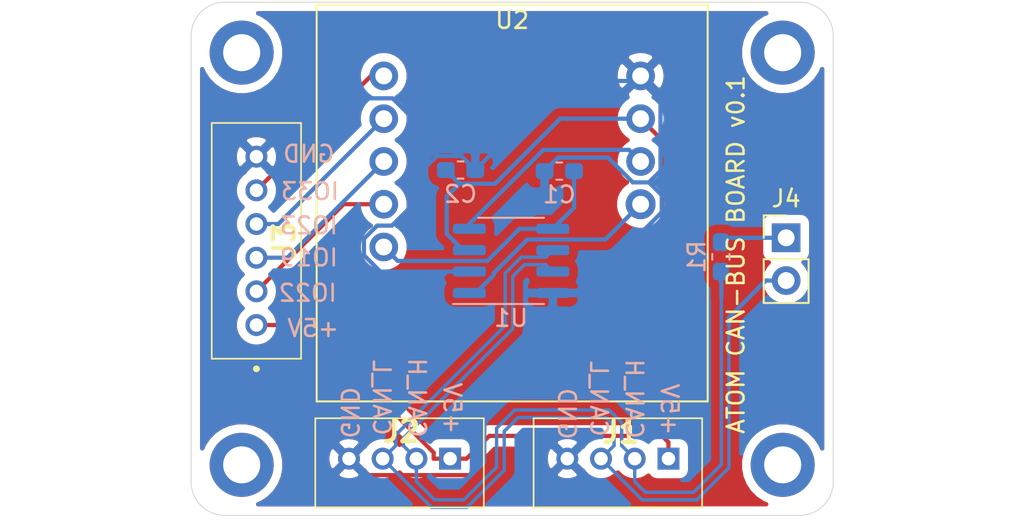
<source format=kicad_pcb>
(kicad_pcb (version 20171130) (host pcbnew "(5.1.2)-1")

  (general
    (thickness 1.6)
    (drawings 23)
    (tracks 127)
    (zones 0)
    (modules 13)
    (nets 13)
  )

  (page A4)
  (layers
    (0 F.Cu signal)
    (31 B.Cu signal)
    (32 B.Adhes user)
    (33 F.Adhes user)
    (34 B.Paste user)
    (35 F.Paste user)
    (36 B.SilkS user)
    (37 F.SilkS user)
    (38 B.Mask user)
    (39 F.Mask user)
    (40 Dwgs.User user)
    (41 Cmts.User user)
    (42 Eco1.User user)
    (43 Eco2.User user)
    (44 Edge.Cuts user)
    (45 Margin user)
    (46 B.CrtYd user)
    (47 F.CrtYd user)
    (48 B.Fab user)
    (49 F.Fab user)
  )

  (setup
    (last_trace_width 0.25)
    (trace_clearance 0.2)
    (zone_clearance 0.508)
    (zone_45_only no)
    (trace_min 0.2)
    (via_size 0.8)
    (via_drill 0.4)
    (via_min_size 0.4)
    (via_min_drill 0.3)
    (uvia_size 0.3)
    (uvia_drill 0.1)
    (uvias_allowed no)
    (uvia_min_size 0.2)
    (uvia_min_drill 0.1)
    (edge_width 0.05)
    (segment_width 0.2)
    (pcb_text_width 0.3)
    (pcb_text_size 1.5 1.5)
    (mod_edge_width 0.12)
    (mod_text_size 1 1)
    (mod_text_width 0.15)
    (pad_size 1.3 1.3)
    (pad_drill 0.8)
    (pad_to_mask_clearance 0.051)
    (solder_mask_min_width 0.25)
    (aux_axis_origin 0 0)
    (visible_elements 7FFFFFFF)
    (pcbplotparams
      (layerselection 0x010fc_ffffffff)
      (usegerberextensions false)
      (usegerberattributes false)
      (usegerberadvancedattributes false)
      (creategerberjobfile false)
      (excludeedgelayer true)
      (linewidth 0.100000)
      (plotframeref false)
      (viasonmask false)
      (mode 1)
      (useauxorigin false)
      (hpglpennumber 1)
      (hpglpenspeed 20)
      (hpglpendiameter 15.000000)
      (psnegative false)
      (psa4output false)
      (plotreference true)
      (plotvalue true)
      (plotinvisibletext false)
      (padsonsilk false)
      (subtractmaskfromsilk false)
      (outputformat 1)
      (mirror false)
      (drillshape 0)
      (scaleselection 1)
      (outputdirectory "Gerber_v0.1/"))
  )

  (net 0 "")
  (net 1 GND)
  (net 2 +3V3)
  (net 3 +5V)
  (net 4 "Net-(J3-Pad5)")
  (net 5 "Net-(J3-Pad4)")
  (net 6 "Net-(J3-Pad3)")
  (net 7 "Net-(J3-Pad2)")
  (net 8 /RX)
  (net 9 /TX)
  (net 10 /CAN_N)
  (net 11 /CAN_P)
  (net 12 "Net-(J4-Pad1)")

  (net_class Default "これはデフォルトのネット クラスです。"
    (clearance 0.2)
    (trace_width 0.25)
    (via_dia 0.8)
    (via_drill 0.4)
    (uvia_dia 0.3)
    (uvia_drill 0.1)
    (add_net +3V3)
    (add_net +5V)
    (add_net /CAN_N)
    (add_net /CAN_P)
    (add_net /RX)
    (add_net /TX)
    (add_net GND)
    (add_net "Net-(J3-Pad2)")
    (add_net "Net-(J3-Pad3)")
    (add_net "Net-(J3-Pad4)")
    (add_net "Net-(J3-Pad5)")
    (add_net "Net-(J4-Pad1)")
  )

  (module B04B-PASK_LF__SN:B04BPASKLFSN (layer F.Cu) (tedit 5FCB2263) (tstamp 5FC337A6)
    (at 159.385 136.334)
    (descr "B04B-PASK(LF)(SN)-2")
    (tags Connector)
    (path /5FC2871A)
    (fp_text reference J1 (at -2.83 -1.56) (layer F.SilkS)
      (effects (font (size 1.27 1.27) (thickness 0.254)))
    )
    (fp_text value Conn_01x04_Male (at -2.5 5.72) (layer F.SilkS) hide
      (effects (font (size 1.27 1.27) (thickness 0.254)))
    )
    (fp_line (start -9 3.9) (end -9 -3.4) (layer F.CrtYd) (width 0.1))
    (fp_line (start 3 3.9) (end -9 3.9) (layer F.CrtYd) (width 0.1))
    (fp_line (start 3 -3.4) (end 3 3.9) (layer F.CrtYd) (width 0.1))
    (fp_line (start -9 -3.4) (end 3 -3.4) (layer F.CrtYd) (width 0.1))
    (fp_line (start -8 2.9) (end -8 -2.4) (layer F.SilkS) (width 0.1))
    (fp_line (start 2 2.9) (end -8 2.9) (layer F.SilkS) (width 0.1))
    (fp_line (start 2 -2.4) (end 2 2.9) (layer F.SilkS) (width 0.1))
    (fp_line (start -8 -2.4) (end 2 -2.4) (layer F.SilkS) (width 0.1))
    (fp_line (start -8 2.9) (end -8 -2.4) (layer F.Fab) (width 0.2))
    (fp_line (start 2 2.9) (end -8 2.9) (layer F.Fab) (width 0.2))
    (fp_line (start 2 -2.4) (end 2 2.9) (layer F.Fab) (width 0.2))
    (fp_line (start -8 -2.4) (end 2 -2.4) (layer F.Fab) (width 0.2))
    (fp_text user %R (at -3 0.25) (layer F.Fab)
      (effects (font (size 1.27 1.27) (thickness 0.254)))
    )
    (pad 4 thru_hole circle (at -6 0) (size 1.3 1.3) (drill 0.8) (layers *.Cu *.Mask)
      (net 1 GND))
    (pad 3 thru_hole circle (at -4 0) (size 1.3 1.3) (drill 0.8) (layers *.Cu *.Mask)
      (net 10 /CAN_N))
    (pad 2 thru_hole circle (at -2 0) (size 1.3 1.3) (drill 0.8) (layers *.Cu *.Mask)
      (net 11 /CAN_P))
    (pad 1 thru_hole rect (at 0 0) (size 1.3 1.3) (drill 0.8) (layers *.Cu *.Mask)
      (net 3 +5V))
    (model F:/github/kicad_library/B04B-PASK_LF__SN_/3D/B04B-PASK.STEP
      (offset (xyz -3.098799999999999 -0.0254 3.8862))
      (scale (xyz 1 1 1))
      (rotate (xyz -90 0 0))
    )
  )

  (module Connector_PinHeader_2.54mm:PinHeader_1x02_P2.54mm_Vertical (layer F.Cu) (tedit 59FED5CC) (tstamp 5FCB97A7)
    (at 166.37 123.215)
    (descr "Through hole straight pin header, 1x02, 2.54mm pitch, single row")
    (tags "Through hole pin header THT 1x02 2.54mm single row")
    (path /5FCBC602)
    (fp_text reference J4 (at 0 -2.33) (layer F.SilkS)
      (effects (font (size 1 1) (thickness 0.15)))
    )
    (fp_text value Conn_01x02_Male (at 0 4.87) (layer F.Fab)
      (effects (font (size 1 1) (thickness 0.15)))
    )
    (fp_text user %R (at 0 1.27 90) (layer F.Fab)
      (effects (font (size 1 1) (thickness 0.15)))
    )
    (fp_line (start 1.8 -1.8) (end -1.8 -1.8) (layer F.CrtYd) (width 0.05))
    (fp_line (start 1.8 4.35) (end 1.8 -1.8) (layer F.CrtYd) (width 0.05))
    (fp_line (start -1.8 4.35) (end 1.8 4.35) (layer F.CrtYd) (width 0.05))
    (fp_line (start -1.8 -1.8) (end -1.8 4.35) (layer F.CrtYd) (width 0.05))
    (fp_line (start -1.33 -1.33) (end 0 -1.33) (layer F.SilkS) (width 0.12))
    (fp_line (start -1.33 0) (end -1.33 -1.33) (layer F.SilkS) (width 0.12))
    (fp_line (start -1.33 1.27) (end 1.33 1.27) (layer F.SilkS) (width 0.12))
    (fp_line (start 1.33 1.27) (end 1.33 3.87) (layer F.SilkS) (width 0.12))
    (fp_line (start -1.33 1.27) (end -1.33 3.87) (layer F.SilkS) (width 0.12))
    (fp_line (start -1.33 3.87) (end 1.33 3.87) (layer F.SilkS) (width 0.12))
    (fp_line (start -1.27 -0.635) (end -0.635 -1.27) (layer F.Fab) (width 0.1))
    (fp_line (start -1.27 3.81) (end -1.27 -0.635) (layer F.Fab) (width 0.1))
    (fp_line (start 1.27 3.81) (end -1.27 3.81) (layer F.Fab) (width 0.1))
    (fp_line (start 1.27 -1.27) (end 1.27 3.81) (layer F.Fab) (width 0.1))
    (fp_line (start -0.635 -1.27) (end 1.27 -1.27) (layer F.Fab) (width 0.1))
    (pad 2 thru_hole oval (at 0 2.54) (size 1.7 1.7) (drill 1) (layers *.Cu *.Mask)
      (net 10 /CAN_N))
    (pad 1 thru_hole rect (at 0 0) (size 1.7 1.7) (drill 1) (layers *.Cu *.Mask)
      (net 12 "Net-(J4-Pad1)"))
    (model ${KISYS3DMOD}/Connector_PinHeader_2.54mm.3dshapes/PinHeader_1x02_P2.54mm_Vertical.wrl
      (at (xyz 0 0 0))
      (scale (xyz 1 1 1))
      (rotate (xyz 0 0 0))
    )
  )

  (module Resistor_SMD:R_0603_1608Metric_Pad1.05x0.95mm_HandSolder (layer B.Cu) (tedit 5B301BBD) (tstamp 5FCB935C)
    (at 162.4965 124.347 270)
    (descr "Resistor SMD 0603 (1608 Metric), square (rectangular) end terminal, IPC_7351 nominal with elongated pad for handsoldering. (Body size source: http://www.tortai-tech.com/upload/download/2011102023233369053.pdf), generated with kicad-footprint-generator")
    (tags "resistor handsolder")
    (path /5FCBD437)
    (attr smd)
    (fp_text reference R1 (at 0 1.43 90) (layer B.SilkS)
      (effects (font (size 1 1) (thickness 0.15)) (justify mirror))
    )
    (fp_text value 120 (at 0 -1.43 90) (layer B.Fab)
      (effects (font (size 1 1) (thickness 0.15)) (justify mirror))
    )
    (fp_text user %R (at 0 0 90) (layer B.Fab)
      (effects (font (size 0.4 0.4) (thickness 0.06)) (justify mirror))
    )
    (fp_line (start 1.65 -0.73) (end -1.65 -0.73) (layer B.CrtYd) (width 0.05))
    (fp_line (start 1.65 0.73) (end 1.65 -0.73) (layer B.CrtYd) (width 0.05))
    (fp_line (start -1.65 0.73) (end 1.65 0.73) (layer B.CrtYd) (width 0.05))
    (fp_line (start -1.65 -0.73) (end -1.65 0.73) (layer B.CrtYd) (width 0.05))
    (fp_line (start -0.171267 -0.51) (end 0.171267 -0.51) (layer B.SilkS) (width 0.12))
    (fp_line (start -0.171267 0.51) (end 0.171267 0.51) (layer B.SilkS) (width 0.12))
    (fp_line (start 0.8 -0.4) (end -0.8 -0.4) (layer B.Fab) (width 0.1))
    (fp_line (start 0.8 0.4) (end 0.8 -0.4) (layer B.Fab) (width 0.1))
    (fp_line (start -0.8 0.4) (end 0.8 0.4) (layer B.Fab) (width 0.1))
    (fp_line (start -0.8 -0.4) (end -0.8 0.4) (layer B.Fab) (width 0.1))
    (pad 2 smd roundrect (at 0.875 0 270) (size 1.05 0.95) (layers B.Cu B.Paste B.Mask) (roundrect_rratio 0.25)
      (net 11 /CAN_P))
    (pad 1 smd roundrect (at -0.875 0 270) (size 1.05 0.95) (layers B.Cu B.Paste B.Mask) (roundrect_rratio 0.25)
      (net 12 "Net-(J4-Pad1)"))
    (model ${KISYS3DMOD}/Resistor_SMD.3dshapes/R_0603_1608Metric.wrl
      (at (xyz 0 0 0))
      (scale (xyz 1 1 1))
      (rotate (xyz 0 0 0))
    )
  )

  (module M5ATOM:M5ATOM (layer F.Cu) (tedit 5FCB26BA) (tstamp 5FC358FE)
    (at 150.114 118.682 180)
    (path /5FC36636)
    (fp_text reference U2 (at 0 8.39) (layer F.SilkS)
      (effects (font (size 1 1) (thickness 0.15)))
    )
    (fp_text value ATOM_Lite (at 0 -0.5) (layer F.Fab)
      (effects (font (size 1 1) (thickness 0.15)))
    )
    (fp_line (start -11.6 -14.25) (end -11.6 9.317) (layer F.SilkS) (width 0.12))
    (fp_line (start 11.5994 9.317) (end -11.6 9.317) (layer F.SilkS) (width 0.12))
    (fp_line (start 11.5994 -14.25) (end 11.5994 9.317) (layer F.SilkS) (width 0.12))
    (fp_line (start -11.6 -14.25) (end 11.5994 -14.25) (layer F.SilkS) (width 0.12))
    (pad 9 thru_hole circle (at 7.62 -5.08 180) (size 1.7 1.7) (drill 1) (layers *.Cu *.Mask)
      (net 2 +3V3))
    (pad 8 thru_hole circle (at 7.62 -2.54 180) (size 1.7 1.7) (drill 1) (layers *.Cu *.Mask)
      (net 7 "Net-(J3-Pad2)"))
    (pad 7 thru_hole circle (at 7.62 0 180) (size 1.7 1.7) (drill 1) (layers *.Cu *.Mask)
      (net 6 "Net-(J3-Pad3)"))
    (pad 6 thru_hole circle (at 7.62 2.54 180) (size 1.7 1.7) (drill 1) (layers *.Cu *.Mask)
      (net 5 "Net-(J3-Pad4)"))
    (pad 5 thru_hole circle (at 7.62 5.08 180) (size 1.7 1.7) (drill 1) (layers *.Cu *.Mask)
      (net 4 "Net-(J3-Pad5)"))
    (pad 4 thru_hole circle (at -7.62 5.08 180) (size 1.7 1.7) (drill 1) (layers *.Cu *.Mask)
      (net 1 GND))
    (pad 3 thru_hole circle (at -7.62 2.54 270) (size 1.7 1.7) (drill 1) (layers *.Cu *.Mask)
      (net 3 +5V))
    (pad 2 thru_hole circle (at -7.62 0 180) (size 1.7 1.7) (drill 1) (layers *.Cu *.Mask)
      (net 8 /RX))
    (pad 1 thru_hole circle (at -7.62 -2.54 180) (size 1.7762 1.7762) (drill 1) (layers *.Cu *.Mask)
      (net 9 /TX))
    (model "F:/github/kicad_library/M5ATOM_3D/Pin Header 1x4 TH Pitch 2.54mm v1.step"
      (offset (xyz -7.493 -5.0038 0))
      (scale (xyz 1 1 1))
      (rotate (xyz 0 0 -90))
    )
    (model "F:/github/kicad_library/M5ATOM_3D/Pin Header 1x5 TH Pitch 2.54mm v1.step"
      (offset (xyz 7.6708 -5.156200000000001 0))
      (scale (xyz 1 1 1))
      (rotate (xyz 0 0 -90))
    )
    (model "F:/github/kicad_library/M5ATOM_3D/M5 ATOM Lite v2.step"
      (offset (xyz 0 2.8448 2.8956))
      (scale (xyz 1 1 1))
      (rotate (xyz -90 0 0))
    )
  )

  (module Package_SO:SOIC-8_3.9x4.9mm_P1.27mm (layer B.Cu) (tedit 5C97300E) (tstamp 5FC38706)
    (at 150.05 124.587)
    (descr "SOIC, 8 Pin (JEDEC MS-012AA, https://www.analog.com/media/en/package-pcb-resources/package/pkg_pdf/soic_narrow-r/r_8.pdf), generated with kicad-footprint-generator ipc_gullwing_generator.py")
    (tags "SOIC SO")
    (path /5FC37082)
    (attr smd)
    (fp_text reference U1 (at 0 3.4) (layer B.SilkS)
      (effects (font (size 1 1) (thickness 0.15)) (justify mirror))
    )
    (fp_text value MCP2562-E-P (at 0 -3.4) (layer B.Fab)
      (effects (font (size 1 1) (thickness 0.15)) (justify mirror))
    )
    (fp_text user %R (at 0 0) (layer B.Fab)
      (effects (font (size 0.98 0.98) (thickness 0.15)) (justify mirror))
    )
    (fp_line (start 3.7 2.7) (end -3.7 2.7) (layer B.CrtYd) (width 0.05))
    (fp_line (start 3.7 -2.7) (end 3.7 2.7) (layer B.CrtYd) (width 0.05))
    (fp_line (start -3.7 -2.7) (end 3.7 -2.7) (layer B.CrtYd) (width 0.05))
    (fp_line (start -3.7 2.7) (end -3.7 -2.7) (layer B.CrtYd) (width 0.05))
    (fp_line (start -1.95 1.475) (end -0.975 2.45) (layer B.Fab) (width 0.1))
    (fp_line (start -1.95 -2.45) (end -1.95 1.475) (layer B.Fab) (width 0.1))
    (fp_line (start 1.95 -2.45) (end -1.95 -2.45) (layer B.Fab) (width 0.1))
    (fp_line (start 1.95 2.45) (end 1.95 -2.45) (layer B.Fab) (width 0.1))
    (fp_line (start -0.975 2.45) (end 1.95 2.45) (layer B.Fab) (width 0.1))
    (fp_line (start 0 2.56) (end -3.45 2.56) (layer B.SilkS) (width 0.12))
    (fp_line (start 0 2.56) (end 1.95 2.56) (layer B.SilkS) (width 0.12))
    (fp_line (start 0 -2.56) (end -1.95 -2.56) (layer B.SilkS) (width 0.12))
    (fp_line (start 0 -2.56) (end 1.95 -2.56) (layer B.SilkS) (width 0.12))
    (pad 8 smd roundrect (at 2.475 1.905) (size 1.95 0.6) (layers B.Cu B.Paste B.Mask) (roundrect_rratio 0.25)
      (net 1 GND))
    (pad 7 smd roundrect (at 2.475 0.635) (size 1.95 0.6) (layers B.Cu B.Paste B.Mask) (roundrect_rratio 0.25)
      (net 11 /CAN_P))
    (pad 6 smd roundrect (at 2.475 -0.635) (size 1.95 0.6) (layers B.Cu B.Paste B.Mask) (roundrect_rratio 0.25)
      (net 10 /CAN_N))
    (pad 5 smd roundrect (at 2.475 -1.905) (size 1.95 0.6) (layers B.Cu B.Paste B.Mask) (roundrect_rratio 0.25)
      (net 2 +3V3))
    (pad 4 smd roundrect (at -2.475 -1.905) (size 1.95 0.6) (layers B.Cu B.Paste B.Mask) (roundrect_rratio 0.25)
      (net 8 /RX))
    (pad 3 smd roundrect (at -2.475 -0.635) (size 1.95 0.6) (layers B.Cu B.Paste B.Mask) (roundrect_rratio 0.25)
      (net 3 +5V))
    (pad 2 smd roundrect (at -2.475 0.635) (size 1.95 0.6) (layers B.Cu B.Paste B.Mask) (roundrect_rratio 0.25)
      (net 1 GND))
    (pad 1 smd roundrect (at -2.475 1.905) (size 1.95 0.6) (layers B.Cu B.Paste B.Mask) (roundrect_rratio 0.25)
      (net 9 /TX))
    (model ${KISYS3DMOD}/Package_SO.3dshapes/SOIC-8_3.9x4.9mm_P1.27mm.wrl
      (at (xyz 0 0 0))
      (scale (xyz 1 1 1))
      (rotate (xyz 0 0 0))
    )
  )

  (module Capacitor_SMD:C_0603_1608Metric_Pad1.05x0.95mm_HandSolder (layer B.Cu) (tedit 5B301BBE) (tstamp 5FC38628)
    (at 152.908 119.253 180)
    (descr "Capacitor SMD 0603 (1608 Metric), square (rectangular) end terminal, IPC_7351 nominal with elongated pad for handsoldering. (Body size source: http://www.tortai-tech.com/upload/download/2011102023233369053.pdf), generated with kicad-footprint-generator")
    (tags "capacitor handsolder")
    (path /5FC4A6AB)
    (attr smd)
    (fp_text reference C1 (at 0 -1.3975) (layer B.SilkS)
      (effects (font (size 1 1) (thickness 0.15)) (justify mirror))
    )
    (fp_text value 0.1u (at 0.0635 2.222) (layer B.Fab)
      (effects (font (size 1 1) (thickness 0.15)) (justify mirror))
    )
    (fp_text user %R (at 0 0) (layer B.Fab)
      (effects (font (size 0.4 0.4) (thickness 0.06)) (justify mirror))
    )
    (fp_line (start 1.65 -0.73) (end -1.65 -0.73) (layer B.CrtYd) (width 0.05))
    (fp_line (start 1.65 0.73) (end 1.65 -0.73) (layer B.CrtYd) (width 0.05))
    (fp_line (start -1.65 0.73) (end 1.65 0.73) (layer B.CrtYd) (width 0.05))
    (fp_line (start -1.65 -0.73) (end -1.65 0.73) (layer B.CrtYd) (width 0.05))
    (fp_line (start -0.171267 -0.51) (end 0.171267 -0.51) (layer B.SilkS) (width 0.12))
    (fp_line (start -0.171267 0.51) (end 0.171267 0.51) (layer B.SilkS) (width 0.12))
    (fp_line (start 0.8 -0.4) (end -0.8 -0.4) (layer B.Fab) (width 0.1))
    (fp_line (start 0.8 0.4) (end 0.8 -0.4) (layer B.Fab) (width 0.1))
    (fp_line (start -0.8 0.4) (end 0.8 0.4) (layer B.Fab) (width 0.1))
    (fp_line (start -0.8 -0.4) (end -0.8 0.4) (layer B.Fab) (width 0.1))
    (pad 2 smd roundrect (at 0.875 0 180) (size 1.05 0.95) (layers B.Cu B.Paste B.Mask) (roundrect_rratio 0.25)
      (net 1 GND))
    (pad 1 smd roundrect (at -0.875 0 180) (size 1.05 0.95) (layers B.Cu B.Paste B.Mask) (roundrect_rratio 0.25)
      (net 2 +3V3))
    (model ${KISYS3DMOD}/Capacitor_SMD.3dshapes/C_0603_1608Metric.wrl
      (at (xyz 0 0 0))
      (scale (xyz 1 1 1))
      (rotate (xyz 0 0 0))
    )
  )

  (module MountingHole:MountingHole_2.2mm_M2_DIN965_Pad (layer F.Cu) (tedit 56D1B4CB) (tstamp 5FC34554)
    (at 134.064 112.22)
    (descr "Mounting Hole 2.2mm, M2, DIN965")
    (tags "mounting hole 2.2mm m2 din965")
    (attr virtual)
    (fp_text reference REF1 (at 0 -2.9) (layer F.SilkS) hide
      (effects (font (size 1 1) (thickness 0.15)))
    )
    (fp_text value MountingHole_2.2mm_M2_DIN965_Pad (at 0 2.9) (layer F.Fab)
      (effects (font (size 1 1) (thickness 0.15)))
    )
    (fp_circle (center 0 0) (end 2.15 0) (layer F.CrtYd) (width 0.05))
    (fp_circle (center 0 0) (end 1.9 0) (layer Cmts.User) (width 0.15))
    (fp_text user %R (at 0.3 0) (layer F.Fab)
      (effects (font (size 1 1) (thickness 0.15)))
    )
    (pad 1 thru_hole circle (at 0 0) (size 3.8 3.8) (drill 2.2) (layers *.Cu *.Mask))
  )

  (module MountingHole:MountingHole_2.2mm_M2_DIN965_Pad (layer F.Cu) (tedit 56D1B4CB) (tstamp 5FC34554)
    (at 166.164 112.22)
    (descr "Mounting Hole 2.2mm, M2, DIN965")
    (tags "mounting hole 2.2mm m2 din965")
    (attr virtual)
    (fp_text reference REF** (at 0 -2.9) (layer F.SilkS) hide
      (effects (font (size 1 1) (thickness 0.15)))
    )
    (fp_text value MountingHole_2.2mm_M2_DIN965_Pad (at 0 2.9) (layer F.Fab)
      (effects (font (size 1 1) (thickness 0.15)))
    )
    (fp_circle (center 0 0) (end 2.15 0) (layer F.CrtYd) (width 0.05))
    (fp_circle (center 0 0) (end 1.9 0) (layer Cmts.User) (width 0.15))
    (fp_text user %R (at 0.3 0) (layer F.Fab)
      (effects (font (size 1 1) (thickness 0.15)))
    )
    (pad 1 thru_hole circle (at 0 0) (size 3.8 3.8) (drill 2.2) (layers *.Cu *.Mask))
  )

  (module MountingHole:MountingHole_2.2mm_M2_DIN965_Pad (layer F.Cu) (tedit 56D1B4CB) (tstamp 5FC34554)
    (at 166.164 136.7)
    (descr "Mounting Hole 2.2mm, M2, DIN965")
    (tags "mounting hole 2.2mm m2 din965")
    (attr virtual)
    (fp_text reference REF3 (at 0 -2.9) (layer F.SilkS) hide
      (effects (font (size 1 1) (thickness 0.15)))
    )
    (fp_text value MountingHole_2.2mm_M2_DIN965_Pad (at 0 2.9) (layer F.Fab)
      (effects (font (size 1 1) (thickness 0.15)))
    )
    (fp_circle (center 0 0) (end 2.15 0) (layer F.CrtYd) (width 0.05))
    (fp_circle (center 0 0) (end 1.9 0) (layer Cmts.User) (width 0.15))
    (fp_text user %R (at 0.3 0) (layer F.Fab)
      (effects (font (size 1 1) (thickness 0.15)))
    )
    (pad 1 thru_hole circle (at 0 0) (size 3.8 3.8) (drill 2.2) (layers *.Cu *.Mask))
  )

  (module MountingHole:MountingHole_2.2mm_M2_DIN965_Pad (layer F.Cu) (tedit 56D1B4CB) (tstamp 5FC3454B)
    (at 134.064 136.7)
    (descr "Mounting Hole 2.2mm, M2, DIN965")
    (tags "mounting hole 2.2mm m2 din965")
    (attr virtual)
    (fp_text reference REF2 (at 0 -2.9) (layer F.SilkS) hide
      (effects (font (size 1 1) (thickness 0.15)))
    )
    (fp_text value MountingHole_2.2mm_M2_DIN965_Pad (at 0 2.9) (layer F.Fab)
      (effects (font (size 1 1) (thickness 0.15)))
    )
    (fp_circle (center 0 0) (end 2.15 0) (layer F.CrtYd) (width 0.05))
    (fp_circle (center 0 0) (end 1.9 0) (layer Cmts.User) (width 0.15))
    (fp_text user %R (at 0.3 0) (layer F.Fab)
      (effects (font (size 1 1) (thickness 0.15)))
    )
    (pad 1 thru_hole circle (at 0 0) (size 3.8 3.8) (drill 2.2) (layers *.Cu *.Mask))
  )

  (module B06B-PASK_LF__SN:B06BPASKLFSN (layer F.Cu) (tedit 5FCB22CA) (tstamp 5FC337D6)
    (at 134.938 128.397 270)
    (descr "B06B-PASK(LF)(SN)-2")
    (tags Connector)
    (path /5FC57721)
    (fp_text reference J3 (at -5.01 -1.67 90) (layer F.SilkS)
      (effects (font (size 1.27 1.27) (thickness 0.254)))
    )
    (fp_text value Conn_01x06_Male (at -5.17 8.03 90) (layer F.SilkS) hide
      (effects (font (size 1.27 1.27) (thickness 0.254)))
    )
    (fp_arc (start 2.6 0) (end 2.6 0.1) (angle -180) (layer F.SilkS) (width 0.2))
    (fp_arc (start 2.6 0) (end 2.6 -0.1) (angle -180) (layer F.SilkS) (width 0.2))
    (fp_line (start 2.6 0.1) (end 2.6 0.1) (layer F.SilkS) (width 0.2))
    (fp_line (start 2.6 -0.1) (end 2.6 -0.1) (layer F.SilkS) (width 0.2))
    (fp_line (start -12.5 3.15) (end -12.5 -3.15) (layer F.CrtYd) (width 0.1))
    (fp_line (start 3.2 3.15) (end -12.5 3.15) (layer F.CrtYd) (width 0.1))
    (fp_line (start 3.2 -3.15) (end 3.2 3.15) (layer F.CrtYd) (width 0.1))
    (fp_line (start -12.5 -3.15) (end 3.2 -3.15) (layer F.CrtYd) (width 0.1))
    (fp_line (start -12 2.65) (end -12 -2.65) (layer F.SilkS) (width 0.1))
    (fp_line (start 2 2.65) (end -12 2.65) (layer F.SilkS) (width 0.1))
    (fp_line (start 2 -2.65) (end 2 2.65) (layer F.SilkS) (width 0.1))
    (fp_line (start -12 -2.65) (end 2 -2.65) (layer F.SilkS) (width 0.1))
    (fp_line (start -12 2.65) (end -12 -2.65) (layer F.Fab) (width 0.2))
    (fp_line (start 2 2.65) (end -12 2.65) (layer F.Fab) (width 0.2))
    (fp_line (start 2 -2.65) (end 2 2.65) (layer F.Fab) (width 0.2))
    (fp_line (start -12 -2.65) (end 2 -2.65) (layer F.Fab) (width 0.2))
    (fp_text user %R (at -4.65 0 90) (layer F.Fab)
      (effects (font (size 1.27 1.27) (thickness 0.254)))
    )
    (pad 6 thru_hole circle (at -10 0 270) (size 1.3 1.3) (drill 0.8) (layers *.Cu *.Mask)
      (net 1 GND))
    (pad 5 thru_hole circle (at -8 0 270) (size 1.3 1.3) (drill 0.8) (layers *.Cu *.Mask)
      (net 4 "Net-(J3-Pad5)"))
    (pad 4 thru_hole circle (at -6 0 270) (size 1.3 1.3) (drill 0.8) (layers *.Cu *.Mask)
      (net 5 "Net-(J3-Pad4)"))
    (pad 3 thru_hole circle (at -4 0 270) (size 1.3 1.3) (drill 0.8) (layers *.Cu *.Mask)
      (net 6 "Net-(J3-Pad3)"))
    (pad 2 thru_hole circle (at -2 0 270) (size 1.3 1.3) (drill 0.8) (layers *.Cu *.Mask)
      (net 7 "Net-(J3-Pad2)"))
    (pad 1 thru_hole circle (at 0 0 270) (size 1.3 1.3) (drill 0.8) (layers *.Cu *.Mask)
      (net 3 +5V))
    (model F:/github/kicad_library/B06B-PASK_LF__SN_/3D/B06B-PASK.STEP
      (offset (xyz -5.0038 0 3.937))
      (scale (xyz 1 1 1))
      (rotate (xyz -90 0 0))
    )
  )

  (module B04B-PASK_LF__SN:B04BPASKLFSN (layer F.Cu) (tedit 5FCB2263) (tstamp 5FC337BB)
    (at 146.431 136.334)
    (descr "B04B-PASK(LF)(SN)-2")
    (tags Connector)
    (path /5FC2FD6C)
    (fp_text reference J2 (at -2.89 -1.62) (layer F.SilkS)
      (effects (font (size 1.27 1.27) (thickness 0.254)))
    )
    (fp_text value Conn_01x04_Male (at -2.48 -7.17) (layer F.SilkS) hide
      (effects (font (size 1.27 1.27) (thickness 0.254)))
    )
    (fp_line (start -9 3.9) (end -9 -3.4) (layer F.CrtYd) (width 0.1))
    (fp_line (start 3 3.9) (end -9 3.9) (layer F.CrtYd) (width 0.1))
    (fp_line (start 3 -3.4) (end 3 3.9) (layer F.CrtYd) (width 0.1))
    (fp_line (start -9 -3.4) (end 3 -3.4) (layer F.CrtYd) (width 0.1))
    (fp_line (start -8 2.9) (end -8 -2.4) (layer F.SilkS) (width 0.1))
    (fp_line (start 2 2.9) (end -8 2.9) (layer F.SilkS) (width 0.1))
    (fp_line (start 2 -2.4) (end 2 2.9) (layer F.SilkS) (width 0.1))
    (fp_line (start -8 -2.4) (end 2 -2.4) (layer F.SilkS) (width 0.1))
    (fp_line (start -8 2.9) (end -8 -2.4) (layer F.Fab) (width 0.2))
    (fp_line (start 2 2.9) (end -8 2.9) (layer F.Fab) (width 0.2))
    (fp_line (start 2 -2.4) (end 2 2.9) (layer F.Fab) (width 0.2))
    (fp_line (start -8 -2.4) (end 2 -2.4) (layer F.Fab) (width 0.2))
    (fp_text user %R (at -3 0.25) (layer F.Fab)
      (effects (font (size 1.27 1.27) (thickness 0.254)))
    )
    (pad 4 thru_hole circle (at -6 0) (size 1.3 1.3) (drill 0.8) (layers *.Cu *.Mask)
      (net 1 GND))
    (pad 3 thru_hole circle (at -4 0) (size 1.3 1.3) (drill 0.8) (layers *.Cu *.Mask)
      (net 10 /CAN_N))
    (pad 2 thru_hole circle (at -2 0) (size 1.3 1.3) (drill 0.8) (layers *.Cu *.Mask)
      (net 11 /CAN_P))
    (pad 1 thru_hole rect (at 0 0) (size 1.3 1.3) (drill 0.8) (layers *.Cu *.Mask)
      (net 3 +5V))
    (model F:/github/kicad_library/B04B-PASK_LF__SN_/3D/B04B-PASK.STEP
      (offset (xyz -3.098799999999999 -0.0254 3.8862))
      (scale (xyz 1 1 1))
      (rotate (xyz -90 0 0))
    )
  )

  (module Capacitor_SMD:C_0603_1608Metric_Pad1.05x0.95mm_HandSolder (layer B.Cu) (tedit 5B301BBE) (tstamp 5FC33791)
    (at 147.052 119.19)
    (descr "Capacitor SMD 0603 (1608 Metric), square (rectangular) end terminal, IPC_7351 nominal with elongated pad for handsoldering. (Body size source: http://www.tortai-tech.com/upload/download/2011102023233369053.pdf), generated with kicad-footprint-generator")
    (tags "capacitor handsolder")
    (path /5FC437AB)
    (attr smd)
    (fp_text reference C2 (at 0 1.43) (layer B.SilkS)
      (effects (font (size 1 1) (thickness 0.15)) (justify mirror))
    )
    (fp_text value 0.1u (at -0.141 -2.0955) (layer B.Fab)
      (effects (font (size 1 1) (thickness 0.15)) (justify mirror))
    )
    (fp_text user %R (at 0 0) (layer B.Fab)
      (effects (font (size 0.4 0.4) (thickness 0.06)) (justify mirror))
    )
    (fp_line (start 1.65 -0.73) (end -1.65 -0.73) (layer B.CrtYd) (width 0.05))
    (fp_line (start 1.65 0.73) (end 1.65 -0.73) (layer B.CrtYd) (width 0.05))
    (fp_line (start -1.65 0.73) (end 1.65 0.73) (layer B.CrtYd) (width 0.05))
    (fp_line (start -1.65 -0.73) (end -1.65 0.73) (layer B.CrtYd) (width 0.05))
    (fp_line (start -0.171267 -0.51) (end 0.171267 -0.51) (layer B.SilkS) (width 0.12))
    (fp_line (start -0.171267 0.51) (end 0.171267 0.51) (layer B.SilkS) (width 0.12))
    (fp_line (start 0.8 -0.4) (end -0.8 -0.4) (layer B.Fab) (width 0.1))
    (fp_line (start 0.8 0.4) (end 0.8 -0.4) (layer B.Fab) (width 0.1))
    (fp_line (start -0.8 0.4) (end 0.8 0.4) (layer B.Fab) (width 0.1))
    (fp_line (start -0.8 -0.4) (end -0.8 0.4) (layer B.Fab) (width 0.1))
    (pad 2 smd roundrect (at 0.875 0) (size 1.05 0.95) (layers B.Cu B.Paste B.Mask) (roundrect_rratio 0.25)
      (net 1 GND))
    (pad 1 smd roundrect (at -0.875 0) (size 1.05 0.95) (layers B.Cu B.Paste B.Mask) (roundrect_rratio 0.25)
      (net 3 +5V))
    (model ${KISYS3DMOD}/Capacitor_SMD.3dshapes/C_0603_1608Metric.wrl
      (at (xyz 0 0 0))
      (scale (xyz 1 1 1))
      (rotate (xyz 0 0 0))
    )
  )

  (gr_text "ATOM CAN-BUS BOARD v0.1" (at 163.3855 124.206 90) (layer F.SilkS)
    (effects (font (size 1 1) (thickness 0.15)))
  )
  (gr_text +5V (at 159.4485 133.4135 270) (layer B.SilkS) (tstamp 5FCBA9AA)
    (effects (font (size 1 1) (thickness 0.15)) (justify mirror))
  )
  (gr_text GND (at 153.3525 133.6675 270) (layer B.SilkS) (tstamp 5FCBA9A9)
    (effects (font (size 1 1) (thickness 0.15)) (justify mirror))
  )
  (gr_text CAN_L (at 155.2575 132.7785 270) (layer B.SilkS) (tstamp 5FCBA9A8)
    (effects (font (size 1 1) (thickness 0.15)) (justify mirror))
  )
  (gr_text CAN_H (at 157.353 132.7785 270) (layer B.SilkS) (tstamp 5FCBA9A7)
    (effects (font (size 1 1) (thickness 0.15)) (justify mirror))
  )
  (gr_text GND (at 140.462 133.604 270) (layer B.SilkS)
    (effects (font (size 1 1) (thickness 0.15)) (justify mirror))
  )
  (gr_text CAN_L (at 142.367 132.715 270) (layer B.SilkS)
    (effects (font (size 1 1) (thickness 0.15)) (justify mirror))
  )
  (gr_text CAN_H (at 144.4625 132.715 270) (layer B.SilkS)
    (effects (font (size 1 1) (thickness 0.15)) (justify mirror))
  )
  (gr_text +5V (at 146.558 133.35 270) (layer B.SilkS)
    (effects (font (size 1 1) (thickness 0.15)) (justify mirror))
  )
  (gr_text +5V (at 138.303 128.5875) (layer B.SilkS)
    (effects (font (size 1 1) (thickness 0.15)) (justify mirror))
  )
  (gr_text IO22 (at 137.9855 126.492) (layer B.SilkS)
    (effects (font (size 1 1) (thickness 0.15)) (justify mirror))
  )
  (gr_text IO19 (at 138.049 124.3965) (layer B.SilkS)
    (effects (font (size 1 1) (thickness 0.15)) (justify mirror))
  )
  (gr_text IO23 (at 138.049 122.4915) (layer B.SilkS)
    (effects (font (size 1 1) (thickness 0.15)) (justify mirror))
  )
  (gr_text IO33 (at 138.1125 120.4595) (layer B.SilkS)
    (effects (font (size 1 1) (thickness 0.15)) (justify mirror))
  )
  (gr_text GND (at 138.049 118.237) (layer B.SilkS)
    (effects (font (size 1 1) (thickness 0.15)) (justify mirror))
  )
  (gr_arc (start 133.064 137.7) (end 131.064001 137.699999) (angle -90) (layer Edge.Cuts) (width 0.05))
  (gr_line (start 169.164 137.699999) (end 169.164 111.220001) (layer Edge.Cuts) (width 0.05))
  (gr_arc (start 167.164 111.22) (end 169.163999 111.22) (angle -90) (layer Edge.Cuts) (width 0.05))
  (gr_line (start 167.163999 109.220001) (end 133.064 109.220001) (layer Edge.Cuts) (width 0.05))
  (gr_line (start 131.064 111.220001) (end 131.064 137.699999) (layer Edge.Cuts) (width 0.05))
  (gr_arc (start 167.163999 137.699999) (end 167.163999 139.699999) (angle -90) (layer Edge.Cuts) (width 0.05))
  (gr_line (start 133.064 139.699999) (end 167.163999 139.7) (layer Edge.Cuts) (width 0.05))
  (gr_arc (start 133.064 111.220001) (end 133.064 109.220001) (angle -90) (layer Edge.Cuts) (width 0.05))

  (segment (start 140.431 136.334) (end 141.4063 137.3093) (width 0.25) (layer F.Cu) (net 1))
  (segment (start 141.4063 137.3093) (end 152.4097 137.3093) (width 0.25) (layer F.Cu) (net 1))
  (segment (start 152.4097 137.3093) (end 153.385 136.334) (width 0.25) (layer F.Cu) (net 1))
  (segment (start 158.2287 119.925) (end 158.9139 119.2398) (width 0.25) (layer B.Cu) (net 1))
  (segment (start 158.9139 119.2398) (end 158.9139 115.081) (width 0.25) (layer B.Cu) (net 1))
  (segment (start 158.9139 115.081) (end 157.734 113.9011) (width 0.25) (layer B.Cu) (net 1))
  (segment (start 152.033 119.253) (end 152.8347 118.4513) (width 0.25) (layer B.Cu) (net 1))
  (segment (start 152.8347 118.4513) (end 155.8011 118.4513) (width 0.25) (layer B.Cu) (net 1))
  (segment (start 155.8011 118.4513) (end 157.2748 119.925) (width 0.25) (layer B.Cu) (net 1))
  (segment (start 157.2748 119.925) (end 158.2287 119.925) (width 0.25) (layer B.Cu) (net 1))
  (segment (start 158.2287 119.925) (end 158.9877 120.684) (width 0.25) (layer B.Cu) (net 1))
  (segment (start 158.9877 120.684) (end 158.9877 121.7003) (width 0.25) (layer B.Cu) (net 1))
  (segment (start 158.9877 121.7003) (end 154.196 126.492) (width 0.25) (layer B.Cu) (net 1))
  (segment (start 154.196 126.492) (end 152.525 126.492) (width 0.25) (layer B.Cu) (net 1))
  (segment (start 142.2866 125.222) (end 141.3186 124.254) (width 0.25) (layer B.Cu) (net 1))
  (segment (start 141.3186 124.254) (end 141.3186 123.2732) (width 0.25) (layer B.Cu) (net 1))
  (segment (start 141.3186 123.2732) (end 142.0998 122.492) (width 0.25) (layer B.Cu) (net 1))
  (segment (start 142.0998 122.492) (end 142.9827 122.492) (width 0.25) (layer B.Cu) (net 1))
  (segment (start 142.9827 122.492) (end 144.5974 120.8773) (width 0.25) (layer B.Cu) (net 1))
  (segment (start 144.5974 120.8773) (end 144.5974 119.4001) (width 0.25) (layer B.Cu) (net 1))
  (segment (start 144.5974 119.4001) (end 145.6408 118.3567) (width 0.25) (layer B.Cu) (net 1))
  (segment (start 147.575 125.222) (end 142.2866 125.222) (width 0.25) (layer B.Cu) (net 1))
  (segment (start 142.2866 125.222) (end 142.2866 134.4784) (width 0.25) (layer B.Cu) (net 1))
  (segment (start 142.2866 134.4784) (end 140.431 136.334) (width 0.25) (layer B.Cu) (net 1))
  (segment (start 145.6408 118.3567) (end 147.0937 118.3567) (width 0.25) (layer B.Cu) (net 1))
  (segment (start 147.0937 118.3567) (end 147.927 119.19) (width 0.25) (layer B.Cu) (net 1))
  (segment (start 134.938 118.397) (end 138.4022 114.9328) (width 0.25) (layer B.Cu) (net 1))
  (segment (start 138.4022 114.9328) (end 143.021 114.9328) (width 0.25) (layer B.Cu) (net 1))
  (segment (start 143.021 114.9328) (end 145.6408 117.5526) (width 0.25) (layer B.Cu) (net 1))
  (segment (start 145.6408 117.5526) (end 145.6408 118.3567) (width 0.25) (layer B.Cu) (net 1))
  (segment (start 157.734 113.9011) (end 153.2159 113.9011) (width 0.25) (layer B.Cu) (net 1))
  (segment (start 153.2159 113.9011) (end 147.927 119.19) (width 0.25) (layer B.Cu) (net 1))
  (segment (start 157.734 113.602) (end 157.734 113.9011) (width 0.25) (layer B.Cu) (net 1))
  (segment (start 152.525 122.682) (end 150.5479 122.682) (width 0.25) (layer B.Cu) (net 2))
  (segment (start 150.5479 122.682) (end 148.6429 124.587) (width 0.25) (layer B.Cu) (net 2))
  (segment (start 148.6429 124.587) (end 143.319 124.587) (width 0.25) (layer B.Cu) (net 2))
  (segment (start 143.319 124.587) (end 142.494 123.762) (width 0.25) (layer B.Cu) (net 2))
  (segment (start 153.783 119.253) (end 153.783 121.424) (width 0.25) (layer B.Cu) (net 2))
  (segment (start 153.783 121.424) (end 152.525 122.682) (width 0.25) (layer B.Cu) (net 2))
  (segment (start 146.431 136.334) (end 145.4557 136.334) (width 0.25) (layer F.Cu) (net 3))
  (segment (start 134.938 128.397) (end 137.8844 128.397) (width 0.25) (layer F.Cu) (net 3))
  (segment (start 137.8844 128.397) (end 145.4557 135.9683) (width 0.25) (layer F.Cu) (net 3))
  (segment (start 145.4557 135.9683) (end 145.4557 136.334) (width 0.25) (layer F.Cu) (net 3))
  (segment (start 146.9898 120.0028) (end 146.177 119.19) (width 0.25) (layer B.Cu) (net 3))
  (segment (start 157.734 116.142) (end 152.9647 116.142) (width 0.25) (layer B.Cu) (net 3))
  (segment (start 152.9647 116.142) (end 149.1039 120.0028) (width 0.25) (layer B.Cu) (net 3))
  (segment (start 149.1039 120.0028) (end 146.9898 120.0028) (width 0.25) (layer B.Cu) (net 3))
  (segment (start 147.575 123.952) (end 147.1958 123.952) (width 0.25) (layer B.Cu) (net 3))
  (segment (start 147.1958 123.952) (end 146.2322 122.9884) (width 0.25) (layer B.Cu) (net 3))
  (segment (start 146.2322 122.9884) (end 146.2322 120.7604) (width 0.25) (layer B.Cu) (net 3))
  (segment (start 146.2322 120.7604) (end 146.9898 120.0028) (width 0.25) (layer B.Cu) (net 3))
  (segment (start 159.007 134.9807) (end 159.385 135.3587) (width 0.25) (layer F.Cu) (net 3))
  (segment (start 157.734 116.142) (end 159.007 117.415) (width 0.25) (layer F.Cu) (net 3))
  (segment (start 159.007 117.415) (end 159.007 134.9807) (width 0.25) (layer F.Cu) (net 3))
  (segment (start 147.4063 136.334) (end 148.7596 134.9807) (width 0.25) (layer F.Cu) (net 3))
  (segment (start 148.7596 134.9807) (end 159.007 134.9807) (width 0.25) (layer F.Cu) (net 3))
  (segment (start 159.385 136.334) (end 159.385 135.3587) (width 0.25) (layer F.Cu) (net 3))
  (segment (start 146.431 136.334) (end 147.4063 136.334) (width 0.25) (layer F.Cu) (net 3))
  (segment (start 134.938 120.397) (end 141.733 113.602) (width 0.25) (layer F.Cu) (net 4))
  (segment (start 141.733 113.602) (end 142.494 113.602) (width 0.25) (layer F.Cu) (net 4))
  (segment (start 134.938 122.397) (end 136.239 122.397) (width 0.25) (layer B.Cu) (net 5))
  (segment (start 136.239 122.397) (end 142.494 116.142) (width 0.25) (layer B.Cu) (net 5))
  (segment (start 134.938 124.397) (end 136.779 124.397) (width 0.25) (layer B.Cu) (net 6))
  (segment (start 136.779 124.397) (end 142.494 118.682) (width 0.25) (layer B.Cu) (net 6))
  (segment (start 134.938 126.397) (end 140.113 121.222) (width 0.25) (layer F.Cu) (net 7))
  (segment (start 140.113 121.222) (end 142.494 121.222) (width 0.25) (layer F.Cu) (net 7))
  (segment (start 157.734 118.682) (end 157.0439 117.9919) (width 0.25) (layer B.Cu) (net 8))
  (segment (start 157.0439 117.9919) (end 151.9697 117.9919) (width 0.25) (layer B.Cu) (net 8))
  (segment (start 151.9697 117.9919) (end 147.575 122.3866) (width 0.25) (layer B.Cu) (net 8))
  (segment (start 147.575 122.3866) (end 147.575 122.682) (width 0.25) (layer B.Cu) (net 8))
  (segment (start 147.575 126.492) (end 147.9523 126.492) (width 0.25) (layer B.Cu) (net 9))
  (segment (start 147.9523 126.492) (end 149.0123 125.432) (width 0.25) (layer B.Cu) (net 9))
  (segment (start 149.0123 125.432) (end 149.0123 125.3213) (width 0.25) (layer B.Cu) (net 9))
  (segment (start 149.0123 125.3213) (end 151.0166 123.317) (width 0.25) (layer B.Cu) (net 9))
  (segment (start 151.0166 123.317) (end 155.639 123.317) (width 0.25) (layer B.Cu) (net 9))
  (segment (start 155.639 123.317) (end 157.734 121.222) (width 0.25) (layer B.Cu) (net 9))
  (segment (start 155.385 136.334) (end 156.16 135.559) (width 0.2) (layer B.Cu) (net 10))
  (segment (start 156.16 135.559) (end 156.16 134.38) (width 0.2) (layer B.Cu) (net 10))
  (segment (start 156.16 134.38) (end 155.672 133.892) (width 0.2) (layer B.Cu) (net 10))
  (segment (start 155.672 133.892) (end 150.461 133.892) (width 0.2) (layer B.Cu) (net 10))
  (segment (start 150.461 133.892) (end 149.64 134.713) (width 0.2) (layer B.Cu) (net 10))
  (segment (start 149.64 134.713) (end 149.64 137.021) (width 0.2) (layer B.Cu) (net 10))
  (segment (start 149.64 137.021) (end 147.435 139.226) (width 0.2) (layer B.Cu) (net 10))
  (segment (start 147.435 139.226) (end 145.324 139.226) (width 0.2) (layer B.Cu) (net 10))
  (segment (start 145.324 139.226) (end 144.113 138.016) (width 0.2) (layer B.Cu) (net 10))
  (segment (start 144.113 138.016) (end 142.431 136.334) (width 0.2) (layer B.Cu) (net 10))
  (segment (start 152.525 123.952) (end 152.115 124.362) (width 0.2) (layer B.Cu) (net 10))
  (segment (start 152.115 124.362) (end 150.656 124.362) (width 0.2) (layer B.Cu) (net 10))
  (segment (start 150.656 124.362) (end 149.698 125.319) (width 0.2) (layer B.Cu) (net 10))
  (segment (start 149.698 125.319) (end 149.698 128.431) (width 0.2) (layer B.Cu) (net 10))
  (segment (start 149.698 128.431) (end 143.206 134.923) (width 0.2) (layer B.Cu) (net 10))
  (segment (start 143.206 134.923) (end 143.206 135.559) (width 0.2) (layer B.Cu) (net 10))
  (segment (start 143.206 135.559) (end 142.431 136.334) (width 0.2) (layer B.Cu) (net 10))
  (segment (start 157.833 138.782) (end 161.0657 138.782) (width 0.2) (layer B.Cu) (net 10))
  (segment (start 155.385 136.334) (end 157.833 138.782) (width 0.2) (layer B.Cu) (net 10))
  (segment (start 161.0657 138.782) (end 162.9755 136.8722) (width 0.2) (layer B.Cu) (net 10))
  (segment (start 162.9755 127.947419) (end 162.9755 128.426) (width 0.25) (layer B.Cu) (net 10))
  (segment (start 165.167919 125.755) (end 162.9755 127.947419) (width 0.25) (layer B.Cu) (net 10))
  (segment (start 166.37 125.755) (end 165.167919 125.755) (width 0.25) (layer B.Cu) (net 10))
  (segment (start 162.9755 136.8722) (end 162.9755 128.426) (width 0.2) (layer B.Cu) (net 10))
  (segment (start 157.385 136.334) (end 156.61 135.559) (width 0.2) (layer B.Cu) (net 11))
  (segment (start 156.61 135.559) (end 156.61 134.194) (width 0.2) (layer B.Cu) (net 11))
  (segment (start 156.61 134.194) (end 155.859 133.442) (width 0.2) (layer B.Cu) (net 11))
  (segment (start 155.859 133.442) (end 150.275 133.442) (width 0.2) (layer B.Cu) (net 11))
  (segment (start 150.275 133.442) (end 149.19 134.527) (width 0.2) (layer B.Cu) (net 11))
  (segment (start 149.19 134.527) (end 149.19 136.834) (width 0.2) (layer B.Cu) (net 11))
  (segment (start 149.19 136.834) (end 147.248 138.776) (width 0.2) (layer B.Cu) (net 11))
  (segment (start 147.248 138.776) (end 145.51 138.776) (width 0.2) (layer B.Cu) (net 11))
  (segment (start 145.51 138.776) (end 144.431 137.698) (width 0.2) (layer B.Cu) (net 11))
  (segment (start 144.431 137.698) (end 144.431 136.334) (width 0.2) (layer B.Cu) (net 11))
  (segment (start 152.525 125.222) (end 152.115 124.812) (width 0.2) (layer B.Cu) (net 11))
  (segment (start 152.115 124.812) (end 150.842 124.812) (width 0.2) (layer B.Cu) (net 11))
  (segment (start 150.842 124.812) (end 150.148 125.506) (width 0.2) (layer B.Cu) (net 11))
  (segment (start 150.148 125.506) (end 150.148 128.617) (width 0.2) (layer B.Cu) (net 11))
  (segment (start 150.148 128.617) (end 143.656 135.11) (width 0.2) (layer B.Cu) (net 11))
  (segment (start 143.656 135.11) (end 143.656 135.559) (width 0.2) (layer B.Cu) (net 11))
  (segment (start 143.656 135.559) (end 144.431 136.334) (width 0.2) (layer B.Cu) (net 11))
  (segment (start 157.385 136.334) (end 157.385 137.697603) (width 0.2) (layer B.Cu) (net 11))
  (segment (start 157.385 137.697603) (end 158.019397 138.332) (width 0.2) (layer B.Cu) (net 11))
  (segment (start 158.019397 138.332) (end 160.8793 138.332) (width 0.2) (layer B.Cu) (net 11))
  (segment (start 160.8793 138.332) (end 162.5255 136.6858) (width 0.2) (layer B.Cu) (net 11))
  (segment (start 162.5255 136.6858) (end 162.5255 126.746) (width 0.2) (layer B.Cu) (net 11))
  (segment (start 162.5255 125.876) (end 162.5255 126.746) (width 0.25) (layer B.Cu) (net 11))
  (segment (start 162.4965 125.847) (end 162.5255 125.876) (width 0.25) (layer B.Cu) (net 11))
  (segment (start 162.4965 125.222) (end 162.4965 125.847) (width 0.25) (layer B.Cu) (net 11))
  (segment (start 162.7535 123.215) (end 162.4965 123.472) (width 0.25) (layer B.Cu) (net 12))
  (segment (start 166.37 123.215) (end 162.7535 123.215) (width 0.25) (layer B.Cu) (net 12))

  (zone (net 1) (net_name GND) (layer F.Cu) (tstamp 5FCB629A) (hatch edge 0.508)
    (connect_pads (clearance 0.508))
    (min_thickness 0.254)
    (fill yes (arc_segments 32) (thermal_gap 0.508) (thermal_bridge_width 0.508))
    (polygon
      (pts
        (xy 131.064 109.093) (xy 169.164 109.22) (xy 169.164 139.6365) (xy 131.0005 139.573)
      )
    )
    (filled_polygon
      (pts
        (xy 164.963227 109.973512) (xy 164.548032 110.250937) (xy 164.194937 110.604032) (xy 163.917512 111.019227) (xy 163.726418 111.480568)
        (xy 163.629 111.970324) (xy 163.629 112.469676) (xy 163.726418 112.959432) (xy 163.917512 113.420773) (xy 164.194937 113.835968)
        (xy 164.548032 114.189063) (xy 164.963227 114.466488) (xy 165.424568 114.657582) (xy 165.914324 114.755) (xy 166.413676 114.755)
        (xy 166.903432 114.657582) (xy 167.364773 114.466488) (xy 167.779968 114.189063) (xy 168.133063 113.835968) (xy 168.410488 113.420773)
        (xy 168.504001 113.195013) (xy 168.504 135.724985) (xy 168.410488 135.499227) (xy 168.133063 135.084032) (xy 167.779968 134.730937)
        (xy 167.364773 134.453512) (xy 166.903432 134.262418) (xy 166.413676 134.165) (xy 165.914324 134.165) (xy 165.424568 134.262418)
        (xy 164.963227 134.453512) (xy 164.548032 134.730937) (xy 164.194937 135.084032) (xy 163.917512 135.499227) (xy 163.726418 135.960568)
        (xy 163.629 136.450324) (xy 163.629 136.949676) (xy 163.726418 137.439432) (xy 163.917512 137.900773) (xy 164.194937 138.315968)
        (xy 164.548032 138.669063) (xy 164.963227 138.946488) (xy 165.188987 139.040001) (xy 135.039018 139.039999) (xy 135.264773 138.946488)
        (xy 135.679968 138.669063) (xy 136.033063 138.315968) (xy 136.310488 137.900773) (xy 136.501582 137.439432) (xy 136.545323 137.219527)
        (xy 139.725078 137.219527) (xy 139.778466 137.448201) (xy 140.008374 137.554095) (xy 140.254524 137.613102) (xy 140.507455 137.622952)
        (xy 140.757449 137.58327) (xy 140.994896 137.495578) (xy 141.083534 137.448201) (xy 141.136922 137.219527) (xy 140.431 136.513605)
        (xy 139.725078 137.219527) (xy 136.545323 137.219527) (xy 136.599 136.949676) (xy 136.599 136.450324) (xy 136.59107 136.410455)
        (xy 139.142048 136.410455) (xy 139.18173 136.660449) (xy 139.269422 136.897896) (xy 139.316799 136.986534) (xy 139.545473 137.039922)
        (xy 140.251395 136.334) (xy 139.545473 135.628078) (xy 139.316799 135.681466) (xy 139.210905 135.911374) (xy 139.151898 136.157524)
        (xy 139.142048 136.410455) (xy 136.59107 136.410455) (xy 136.501582 135.960568) (xy 136.310488 135.499227) (xy 136.276576 135.448473)
        (xy 139.725078 135.448473) (xy 140.431 136.154395) (xy 141.136922 135.448473) (xy 141.083534 135.219799) (xy 140.853626 135.113905)
        (xy 140.607476 135.054898) (xy 140.354545 135.045048) (xy 140.104551 135.08473) (xy 139.867104 135.172422) (xy 139.778466 135.219799)
        (xy 139.725078 135.448473) (xy 136.276576 135.448473) (xy 136.033063 135.084032) (xy 135.679968 134.730937) (xy 135.264773 134.453512)
        (xy 134.803432 134.262418) (xy 134.313676 134.165) (xy 133.814324 134.165) (xy 133.324568 134.262418) (xy 132.863227 134.453512)
        (xy 132.448032 134.730937) (xy 132.094937 135.084032) (xy 131.817512 135.499227) (xy 131.724 135.724985) (xy 131.724 120.270439)
        (xy 133.653 120.270439) (xy 133.653 120.523561) (xy 133.702381 120.771821) (xy 133.799247 121.005676) (xy 133.939875 121.21614)
        (xy 134.11886 121.395125) (xy 134.121666 121.397) (xy 134.11886 121.398875) (xy 133.939875 121.57786) (xy 133.799247 121.788324)
        (xy 133.702381 122.022179) (xy 133.653 122.270439) (xy 133.653 122.523561) (xy 133.702381 122.771821) (xy 133.799247 123.005676)
        (xy 133.939875 123.21614) (xy 134.11886 123.395125) (xy 134.121666 123.397) (xy 134.11886 123.398875) (xy 133.939875 123.57786)
        (xy 133.799247 123.788324) (xy 133.702381 124.022179) (xy 133.653 124.270439) (xy 133.653 124.523561) (xy 133.702381 124.771821)
        (xy 133.799247 125.005676) (xy 133.939875 125.21614) (xy 134.11886 125.395125) (xy 134.121666 125.397) (xy 134.11886 125.398875)
        (xy 133.939875 125.57786) (xy 133.799247 125.788324) (xy 133.702381 126.022179) (xy 133.653 126.270439) (xy 133.653 126.523561)
        (xy 133.702381 126.771821) (xy 133.799247 127.005676) (xy 133.939875 127.21614) (xy 134.11886 127.395125) (xy 134.121666 127.397)
        (xy 134.11886 127.398875) (xy 133.939875 127.57786) (xy 133.799247 127.788324) (xy 133.702381 128.022179) (xy 133.653 128.270439)
        (xy 133.653 128.523561) (xy 133.702381 128.771821) (xy 133.799247 129.005676) (xy 133.939875 129.21614) (xy 134.11886 129.395125)
        (xy 134.329324 129.535753) (xy 134.563179 129.632619) (xy 134.811439 129.682) (xy 135.064561 129.682) (xy 135.312821 129.632619)
        (xy 135.546676 129.535753) (xy 135.75714 129.395125) (xy 135.936125 129.21614) (xy 135.975641 129.157) (xy 137.569599 129.157)
        (xy 143.693754 135.281155) (xy 143.61186 135.335875) (xy 143.432875 135.51486) (xy 143.431 135.517666) (xy 143.429125 135.51486)
        (xy 143.25014 135.335875) (xy 143.039676 135.195247) (xy 142.805821 135.098381) (xy 142.557561 135.049) (xy 142.304439 135.049)
        (xy 142.056179 135.098381) (xy 141.822324 135.195247) (xy 141.61186 135.335875) (xy 141.432875 135.51486) (xy 141.351733 135.636297)
        (xy 141.316527 135.628078) (xy 140.610605 136.334) (xy 141.316527 137.039922) (xy 141.351733 137.031703) (xy 141.432875 137.15314)
        (xy 141.61186 137.332125) (xy 141.822324 137.472753) (xy 142.056179 137.569619) (xy 142.304439 137.619) (xy 142.557561 137.619)
        (xy 142.805821 137.569619) (xy 143.039676 137.472753) (xy 143.25014 137.332125) (xy 143.429125 137.15314) (xy 143.431 137.150334)
        (xy 143.432875 137.15314) (xy 143.61186 137.332125) (xy 143.822324 137.472753) (xy 144.056179 137.569619) (xy 144.304439 137.619)
        (xy 144.557561 137.619) (xy 144.805821 137.569619) (xy 145.039676 137.472753) (xy 145.24787 137.333642) (xy 145.250463 137.338494)
        (xy 145.329815 137.435185) (xy 145.426506 137.514537) (xy 145.53682 137.573502) (xy 145.656518 137.609812) (xy 145.781 137.622072)
        (xy 147.081 137.622072) (xy 147.205482 137.609812) (xy 147.32518 137.573502) (xy 147.435494 137.514537) (xy 147.532185 137.435185)
        (xy 147.611537 137.338494) (xy 147.670502 137.22818) (xy 147.673126 137.219527) (xy 152.679078 137.219527) (xy 152.732466 137.448201)
        (xy 152.962374 137.554095) (xy 153.208524 137.613102) (xy 153.461455 137.622952) (xy 153.711449 137.58327) (xy 153.948896 137.495578)
        (xy 154.037534 137.448201) (xy 154.090922 137.219527) (xy 153.385 136.513605) (xy 152.679078 137.219527) (xy 147.673126 137.219527)
        (xy 147.706812 137.108482) (xy 147.714438 137.031052) (xy 147.830576 136.968974) (xy 147.946301 136.874001) (xy 147.970104 136.844997)
        (xy 149.074402 135.7407) (xy 152.243516 135.7407) (xy 152.164905 135.911374) (xy 152.105898 136.157524) (xy 152.096048 136.410455)
        (xy 152.13573 136.660449) (xy 152.223422 136.897896) (xy 152.270799 136.986534) (xy 152.499473 137.039922) (xy 153.205395 136.334)
        (xy 153.191253 136.319858) (xy 153.370858 136.140253) (xy 153.385 136.154395) (xy 153.399143 136.140253) (xy 153.578748 136.319858)
        (xy 153.564605 136.334) (xy 154.270527 137.039922) (xy 154.305733 137.031703) (xy 154.386875 137.15314) (xy 154.56586 137.332125)
        (xy 154.776324 137.472753) (xy 155.010179 137.569619) (xy 155.258439 137.619) (xy 155.511561 137.619) (xy 155.759821 137.569619)
        (xy 155.993676 137.472753) (xy 156.20414 137.332125) (xy 156.383125 137.15314) (xy 156.385 137.150334) (xy 156.386875 137.15314)
        (xy 156.56586 137.332125) (xy 156.776324 137.472753) (xy 157.010179 137.569619) (xy 157.258439 137.619) (xy 157.511561 137.619)
        (xy 157.759821 137.569619) (xy 157.993676 137.472753) (xy 158.20187 137.333642) (xy 158.204463 137.338494) (xy 158.283815 137.435185)
        (xy 158.380506 137.514537) (xy 158.49082 137.573502) (xy 158.610518 137.609812) (xy 158.735 137.622072) (xy 160.035 137.622072)
        (xy 160.159482 137.609812) (xy 160.27918 137.573502) (xy 160.389494 137.514537) (xy 160.486185 137.435185) (xy 160.565537 137.338494)
        (xy 160.624502 137.22818) (xy 160.660812 137.108482) (xy 160.673072 136.984) (xy 160.673072 135.684) (xy 160.660812 135.559518)
        (xy 160.624502 135.43982) (xy 160.565537 135.329506) (xy 160.486185 135.232815) (xy 160.389494 135.153463) (xy 160.27918 135.094498)
        (xy 160.159482 135.058188) (xy 160.082052 135.050562) (xy 160.019974 134.934424) (xy 159.925001 134.818699) (xy 159.895997 134.794896)
        (xy 159.767 134.665899) (xy 159.767 125.755) (xy 164.877815 125.755) (xy 164.906487 126.046111) (xy 164.991401 126.326034)
        (xy 165.129294 126.584014) (xy 165.314866 126.810134) (xy 165.540986 126.995706) (xy 165.798966 127.133599) (xy 166.078889 127.218513)
        (xy 166.29705 127.24) (xy 166.44295 127.24) (xy 166.661111 127.218513) (xy 166.941034 127.133599) (xy 167.199014 126.995706)
        (xy 167.425134 126.810134) (xy 167.610706 126.584014) (xy 167.748599 126.326034) (xy 167.833513 126.046111) (xy 167.862185 125.755)
        (xy 167.833513 125.463889) (xy 167.748599 125.183966) (xy 167.610706 124.925986) (xy 167.425134 124.699866) (xy 167.395313 124.675393)
        (xy 167.46418 124.654502) (xy 167.574494 124.595537) (xy 167.671185 124.516185) (xy 167.750537 124.419494) (xy 167.809502 124.30918)
        (xy 167.845812 124.189482) (xy 167.858072 124.065) (xy 167.858072 122.365) (xy 167.845812 122.240518) (xy 167.809502 122.12082)
        (xy 167.750537 122.010506) (xy 167.671185 121.913815) (xy 167.574494 121.834463) (xy 167.46418 121.775498) (xy 167.344482 121.739188)
        (xy 167.22 121.726928) (xy 165.52 121.726928) (xy 165.395518 121.739188) (xy 165.27582 121.775498) (xy 165.165506 121.834463)
        (xy 165.068815 121.913815) (xy 164.989463 122.010506) (xy 164.930498 122.12082) (xy 164.894188 122.240518) (xy 164.881928 122.365)
        (xy 164.881928 124.065) (xy 164.894188 124.189482) (xy 164.930498 124.30918) (xy 164.989463 124.419494) (xy 165.068815 124.516185)
        (xy 165.165506 124.595537) (xy 165.27582 124.654502) (xy 165.344687 124.675393) (xy 165.314866 124.699866) (xy 165.129294 124.925986)
        (xy 164.991401 125.183966) (xy 164.906487 125.463889) (xy 164.877815 125.755) (xy 159.767 125.755) (xy 159.767 117.452323)
        (xy 159.770676 117.415) (xy 159.767 117.377677) (xy 159.767 117.377667) (xy 159.756003 117.266014) (xy 159.712546 117.122753)
        (xy 159.641974 116.990724) (xy 159.547001 116.874999) (xy 159.518004 116.851202) (xy 159.17521 116.508408) (xy 159.219 116.28826)
        (xy 159.219 115.99574) (xy 159.161932 115.708842) (xy 159.04999 115.438589) (xy 158.887475 115.195368) (xy 158.680632 114.988525)
        (xy 158.507271 114.872689) (xy 158.582792 114.630397) (xy 157.734 113.781605) (xy 156.885208 114.630397) (xy 156.960729 114.872689)
        (xy 156.787368 114.988525) (xy 156.580525 115.195368) (xy 156.41801 115.438589) (xy 156.306068 115.708842) (xy 156.249 115.99574)
        (xy 156.249 116.28826) (xy 156.306068 116.575158) (xy 156.41801 116.845411) (xy 156.580525 117.088632) (xy 156.787368 117.295475)
        (xy 156.96176 117.412) (xy 156.787368 117.528525) (xy 156.580525 117.735368) (xy 156.41801 117.978589) (xy 156.306068 118.248842)
        (xy 156.249 118.53574) (xy 156.249 118.82826) (xy 156.306068 119.115158) (xy 156.41801 119.385411) (xy 156.580525 119.628632)
        (xy 156.787368 119.835475) (xy 156.927471 119.929088) (xy 156.76308 120.038931) (xy 156.550931 120.25108) (xy 156.384246 120.500541)
        (xy 156.269432 120.777728) (xy 156.2109 121.071988) (xy 156.2109 121.372012) (xy 156.269432 121.666272) (xy 156.384246 121.943459)
        (xy 156.550931 122.19292) (xy 156.76308 122.405069) (xy 157.012541 122.571754) (xy 157.289728 122.686568) (xy 157.583988 122.7451)
        (xy 157.884012 122.7451) (xy 158.178272 122.686568) (xy 158.247 122.6581) (xy 158.247001 134.2207) (xy 148.796922 134.2207)
        (xy 148.759599 134.217024) (xy 148.722276 134.2207) (xy 148.722267 134.2207) (xy 148.610614 134.231697) (xy 148.467353 134.275154)
        (xy 148.335324 134.345726) (xy 148.219599 134.440699) (xy 148.195801 134.469697) (xy 147.477534 135.187964) (xy 147.435494 135.153463)
        (xy 147.32518 135.094498) (xy 147.205482 135.058188) (xy 147.081 135.045928) (xy 145.781 135.045928) (xy 145.656518 135.058188)
        (xy 145.628799 135.066597) (xy 138.448204 127.886003) (xy 138.424401 127.856999) (xy 138.308676 127.762026) (xy 138.176647 127.691454)
        (xy 138.033386 127.647997) (xy 137.921733 127.637) (xy 137.921722 127.637) (xy 137.8844 127.633324) (xy 137.847078 127.637)
        (xy 135.975641 127.637) (xy 135.936125 127.57786) (xy 135.75714 127.398875) (xy 135.754334 127.397) (xy 135.75714 127.395125)
        (xy 135.936125 127.21614) (xy 136.076753 127.005676) (xy 136.173619 126.771821) (xy 136.223 126.523561) (xy 136.223 126.270439)
        (xy 136.209124 126.200677) (xy 140.427802 121.982) (xy 141.215822 121.982) (xy 141.340525 122.168632) (xy 141.547368 122.375475)
        (xy 141.72176 122.492) (xy 141.547368 122.608525) (xy 141.340525 122.815368) (xy 141.17801 123.058589) (xy 141.066068 123.328842)
        (xy 141.009 123.61574) (xy 141.009 123.90826) (xy 141.066068 124.195158) (xy 141.17801 124.465411) (xy 141.340525 124.708632)
        (xy 141.547368 124.915475) (xy 141.790589 125.07799) (xy 142.060842 125.189932) (xy 142.34774 125.247) (xy 142.64026 125.247)
        (xy 142.927158 125.189932) (xy 143.197411 125.07799) (xy 143.440632 124.915475) (xy 143.647475 124.708632) (xy 143.80999 124.465411)
        (xy 143.921932 124.195158) (xy 143.979 123.90826) (xy 143.979 123.61574) (xy 143.921932 123.328842) (xy 143.80999 123.058589)
        (xy 143.647475 122.815368) (xy 143.440632 122.608525) (xy 143.26624 122.492) (xy 143.440632 122.375475) (xy 143.647475 122.168632)
        (xy 143.80999 121.925411) (xy 143.921932 121.655158) (xy 143.979 121.36826) (xy 143.979 121.07574) (xy 143.921932 120.788842)
        (xy 143.80999 120.518589) (xy 143.647475 120.275368) (xy 143.440632 120.068525) (xy 143.26624 119.952) (xy 143.440632 119.835475)
        (xy 143.647475 119.628632) (xy 143.80999 119.385411) (xy 143.921932 119.115158) (xy 143.979 118.82826) (xy 143.979 118.53574)
        (xy 143.921932 118.248842) (xy 143.80999 117.978589) (xy 143.647475 117.735368) (xy 143.440632 117.528525) (xy 143.26624 117.412)
        (xy 143.440632 117.295475) (xy 143.647475 117.088632) (xy 143.80999 116.845411) (xy 143.921932 116.575158) (xy 143.979 116.28826)
        (xy 143.979 115.99574) (xy 143.921932 115.708842) (xy 143.80999 115.438589) (xy 143.647475 115.195368) (xy 143.440632 114.988525)
        (xy 143.26624 114.872) (xy 143.440632 114.755475) (xy 143.647475 114.548632) (xy 143.80999 114.305411) (xy 143.921932 114.035158)
        (xy 143.979 113.74826) (xy 143.979 113.670531) (xy 156.243389 113.670531) (xy 156.285401 113.960019) (xy 156.383081 114.235747)
        (xy 156.456528 114.373157) (xy 156.705603 114.450792) (xy 157.554395 113.602) (xy 157.913605 113.602) (xy 158.762397 114.450792)
        (xy 159.011472 114.373157) (xy 159.137371 114.109117) (xy 159.209339 113.825589) (xy 159.224611 113.533469) (xy 159.182599 113.243981)
        (xy 159.084919 112.968253) (xy 159.011472 112.830843) (xy 158.762397 112.753208) (xy 157.913605 113.602) (xy 157.554395 113.602)
        (xy 156.705603 112.753208) (xy 156.456528 112.830843) (xy 156.330629 113.094883) (xy 156.258661 113.378411) (xy 156.243389 113.670531)
        (xy 143.979 113.670531) (xy 143.979 113.45574) (xy 143.921932 113.168842) (xy 143.80999 112.898589) (xy 143.647475 112.655368)
        (xy 143.56571 112.573603) (xy 156.885208 112.573603) (xy 157.734 113.422395) (xy 158.582792 112.573603) (xy 158.505157 112.324528)
        (xy 158.241117 112.198629) (xy 157.957589 112.126661) (xy 157.665469 112.111389) (xy 157.375981 112.153401) (xy 157.100253 112.251081)
        (xy 156.962843 112.324528) (xy 156.885208 112.573603) (xy 143.56571 112.573603) (xy 143.440632 112.448525) (xy 143.197411 112.28601)
        (xy 142.927158 112.174068) (xy 142.64026 112.117) (xy 142.34774 112.117) (xy 142.060842 112.174068) (xy 141.790589 112.28601)
        (xy 141.547368 112.448525) (xy 141.340525 112.655368) (xy 141.17801 112.898589) (xy 141.066068 113.168842) (xy 141.059789 113.200409)
        (xy 136.187596 118.072603) (xy 136.18727 118.070551) (xy 136.099578 117.833104) (xy 136.052201 117.744466) (xy 135.823527 117.691078)
        (xy 135.117605 118.397) (xy 135.131748 118.411143) (xy 134.952143 118.590748) (xy 134.938 118.576605) (xy 134.232078 119.282527)
        (xy 134.240297 119.317733) (xy 134.11886 119.398875) (xy 133.939875 119.57786) (xy 133.799247 119.788324) (xy 133.702381 120.022179)
        (xy 133.653 120.270439) (xy 131.724 120.270439) (xy 131.724 118.473455) (xy 133.649048 118.473455) (xy 133.68873 118.723449)
        (xy 133.776422 118.960896) (xy 133.823799 119.049534) (xy 134.052473 119.102922) (xy 134.758395 118.397) (xy 134.052473 117.691078)
        (xy 133.823799 117.744466) (xy 133.717905 117.974374) (xy 133.658898 118.220524) (xy 133.649048 118.473455) (xy 131.724 118.473455)
        (xy 131.724 117.511473) (xy 134.232078 117.511473) (xy 134.938 118.217395) (xy 135.643922 117.511473) (xy 135.590534 117.282799)
        (xy 135.360626 117.176905) (xy 135.114476 117.117898) (xy 134.861545 117.108048) (xy 134.611551 117.14773) (xy 134.374104 117.235422)
        (xy 134.285466 117.282799) (xy 134.232078 117.511473) (xy 131.724 117.511473) (xy 131.724 113.195015) (xy 131.817512 113.420773)
        (xy 132.094937 113.835968) (xy 132.448032 114.189063) (xy 132.863227 114.466488) (xy 133.324568 114.657582) (xy 133.814324 114.755)
        (xy 134.313676 114.755) (xy 134.803432 114.657582) (xy 135.264773 114.466488) (xy 135.679968 114.189063) (xy 136.033063 113.835968)
        (xy 136.310488 113.420773) (xy 136.501582 112.959432) (xy 136.599 112.469676) (xy 136.599 111.970324) (xy 136.501582 111.480568)
        (xy 136.310488 111.019227) (xy 136.033063 110.604032) (xy 135.679968 110.250937) (xy 135.264773 109.973512) (xy 135.039018 109.880001)
        (xy 165.188982 109.880001)
      )
    )
  )
  (zone (net 1) (net_name GND) (layer B.Cu) (tstamp 5FCB6297) (hatch edge 0.508)
    (connect_pads (clearance 0.508))
    (min_thickness 0.254)
    (fill yes (arc_segments 32) (thermal_gap 0.508) (thermal_bridge_width 0.508))
    (polygon
      (pts
        (xy 131.064 109.1565) (xy 169.164 109.1565) (xy 169.164 139.827) (xy 130.937 139.8905)
      )
    )
    (filled_polygon
      (pts
        (xy 164.963227 109.973512) (xy 164.548032 110.250937) (xy 164.194937 110.604032) (xy 163.917512 111.019227) (xy 163.726418 111.480568)
        (xy 163.629 111.970324) (xy 163.629 112.469676) (xy 163.726418 112.959432) (xy 163.917512 113.420773) (xy 164.194937 113.835968)
        (xy 164.548032 114.189063) (xy 164.963227 114.466488) (xy 165.424568 114.657582) (xy 165.914324 114.755) (xy 166.413676 114.755)
        (xy 166.903432 114.657582) (xy 167.364773 114.466488) (xy 167.779968 114.189063) (xy 168.133063 113.835968) (xy 168.410488 113.420773)
        (xy 168.504001 113.195013) (xy 168.504 135.724985) (xy 168.410488 135.499227) (xy 168.133063 135.084032) (xy 167.779968 134.730937)
        (xy 167.364773 134.453512) (xy 166.903432 134.262418) (xy 166.413676 134.165) (xy 165.914324 134.165) (xy 165.424568 134.262418)
        (xy 164.963227 134.453512) (xy 164.548032 134.730937) (xy 164.194937 135.084032) (xy 163.917512 135.499227) (xy 163.726418 135.960568)
        (xy 163.7105 136.040594) (xy 163.7105 128.621149) (xy 163.724503 128.574986) (xy 163.7355 128.463332) (xy 163.7355 128.26222)
        (xy 165.257494 126.740226) (xy 165.314866 126.810134) (xy 165.540986 126.995706) (xy 165.798966 127.133599) (xy 166.078889 127.218513)
        (xy 166.29705 127.24) (xy 166.44295 127.24) (xy 166.661111 127.218513) (xy 166.941034 127.133599) (xy 167.199014 126.995706)
        (xy 167.425134 126.810134) (xy 167.610706 126.584014) (xy 167.748599 126.326034) (xy 167.833513 126.046111) (xy 167.862185 125.755)
        (xy 167.833513 125.463889) (xy 167.748599 125.183966) (xy 167.610706 124.925986) (xy 167.425134 124.699866) (xy 167.395313 124.675393)
        (xy 167.46418 124.654502) (xy 167.574494 124.595537) (xy 167.671185 124.516185) (xy 167.750537 124.419494) (xy 167.809502 124.30918)
        (xy 167.845812 124.189482) (xy 167.858072 124.065) (xy 167.858072 122.365) (xy 167.845812 122.240518) (xy 167.809502 122.12082)
        (xy 167.750537 122.010506) (xy 167.671185 121.913815) (xy 167.574494 121.834463) (xy 167.46418 121.775498) (xy 167.344482 121.739188)
        (xy 167.22 121.726928) (xy 165.52 121.726928) (xy 165.395518 121.739188) (xy 165.27582 121.775498) (xy 165.165506 121.834463)
        (xy 165.068815 121.913815) (xy 164.989463 122.010506) (xy 164.930498 122.12082) (xy 164.894188 122.240518) (xy 164.881928 122.365)
        (xy 164.881928 122.455) (xy 163.217658 122.455) (xy 163.069067 122.375577) (xy 162.904816 122.325752) (xy 162.734 122.308928)
        (xy 162.259 122.308928) (xy 162.088184 122.325752) (xy 161.923933 122.375577) (xy 161.772558 122.456488) (xy 161.639877 122.565377)
        (xy 161.530988 122.698058) (xy 161.450077 122.849433) (xy 161.400252 123.013684) (xy 161.383428 123.1845) (xy 161.383428 123.7595)
        (xy 161.400252 123.930316) (xy 161.450077 124.094567) (xy 161.530988 124.245942) (xy 161.613925 124.347) (xy 161.530988 124.448058)
        (xy 161.450077 124.599433) (xy 161.400252 124.763684) (xy 161.383428 124.9345) (xy 161.383428 125.5095) (xy 161.400252 125.680316)
        (xy 161.450077 125.844567) (xy 161.530988 125.995942) (xy 161.639877 126.128623) (xy 161.7655 126.23172) (xy 161.7655 126.783333)
        (xy 161.776498 126.894986) (xy 161.790501 126.941148) (xy 161.7905 136.381353) (xy 160.574854 137.597) (xy 160.201717 137.597)
        (xy 160.27918 137.573502) (xy 160.389494 137.514537) (xy 160.486185 137.435185) (xy 160.565537 137.338494) (xy 160.624502 137.22818)
        (xy 160.660812 137.108482) (xy 160.673072 136.984) (xy 160.673072 135.684) (xy 160.660812 135.559518) (xy 160.624502 135.43982)
        (xy 160.565537 135.329506) (xy 160.486185 135.232815) (xy 160.389494 135.153463) (xy 160.27918 135.094498) (xy 160.159482 135.058188)
        (xy 160.035 135.045928) (xy 158.735 135.045928) (xy 158.610518 135.058188) (xy 158.49082 135.094498) (xy 158.380506 135.153463)
        (xy 158.283815 135.232815) (xy 158.204463 135.329506) (xy 158.20187 135.334358) (xy 157.993676 135.195247) (xy 157.759821 135.098381)
        (xy 157.511561 135.049) (xy 157.345 135.049) (xy 157.345 134.230351) (xy 157.348556 134.194491) (xy 157.345 134.158138)
        (xy 157.345 134.157895) (xy 157.341521 134.122571) (xy 157.334461 134.050397) (xy 157.334389 134.050159) (xy 157.334365 134.049915)
        (xy 157.31336 133.980672) (xy 157.292524 133.91182) (xy 157.292409 133.911605) (xy 157.292337 133.911367) (xy 157.258062 133.847243)
        (xy 157.224359 133.784088) (xy 157.224204 133.783899) (xy 157.224087 133.78368) (xy 157.178258 133.727838) (xy 157.155582 133.700169)
        (xy 157.155409 133.699995) (xy 157.132238 133.671762) (xy 157.104383 133.648902) (xy 156.404413 132.948) (xy 156.381238 132.919762)
        (xy 156.324604 132.873284) (xy 156.269728 132.828187) (xy 156.269515 132.828073) (xy 156.26932 132.827913) (xy 156.204596 132.793317)
        (xy 156.142087 132.759852) (xy 156.141854 132.759781) (xy 156.141633 132.759663) (xy 156.071888 132.738506) (xy 156.003566 132.717731)
        (xy 156.003322 132.717707) (xy 156.003085 132.717635) (xy 155.930579 132.710494) (xy 155.859491 132.703445) (xy 155.823148 132.707)
        (xy 150.311105 132.707) (xy 150.275 132.703444) (xy 150.130915 132.717635) (xy 149.992366 132.759663) (xy 149.865189 132.827641)
        (xy 149.86468 132.827913) (xy 149.752762 132.919762) (xy 149.729746 132.947807) (xy 148.695808 133.981746) (xy 148.667762 134.004763)
        (xy 148.575913 134.116681) (xy 148.507663 134.244368) (xy 148.489974 134.302681) (xy 148.465635 134.382915) (xy 148.451444 134.527)
        (xy 148.455 134.563105) (xy 148.455001 136.529552) (xy 146.943554 138.041) (xy 145.814247 138.041) (xy 145.166 137.393354)
        (xy 145.166 137.388346) (xy 145.24787 137.333642) (xy 145.250463 137.338494) (xy 145.329815 137.435185) (xy 145.426506 137.514537)
        (xy 145.53682 137.573502) (xy 145.656518 137.609812) (xy 145.781 137.622072) (xy 147.081 137.622072) (xy 147.205482 137.609812)
        (xy 147.32518 137.573502) (xy 147.435494 137.514537) (xy 147.532185 137.435185) (xy 147.611537 137.338494) (xy 147.670502 137.22818)
        (xy 147.706812 137.108482) (xy 147.719072 136.984) (xy 147.719072 135.684) (xy 147.706812 135.559518) (xy 147.670502 135.43982)
        (xy 147.611537 135.329506) (xy 147.532185 135.232815) (xy 147.435494 135.153463) (xy 147.32518 135.094498) (xy 147.205482 135.058188)
        (xy 147.081 135.045928) (xy 145.781 135.045928) (xy 145.656518 135.058188) (xy 145.53682 135.094498) (xy 145.426506 135.153463)
        (xy 145.329815 135.232815) (xy 145.250463 135.329506) (xy 145.24787 135.334358) (xy 145.039676 135.195247) (xy 144.805821 135.098381)
        (xy 144.723379 135.081983) (xy 150.642215 129.162236) (xy 150.670238 129.139238) (xy 150.693272 129.111171) (xy 150.693291 129.111152)
        (xy 150.71439 129.085438) (xy 150.762087 129.02732) (xy 150.762101 129.027294) (xy 150.762118 129.027273) (xy 150.79377 128.968044)
        (xy 150.830337 128.899633) (xy 150.830346 128.899604) (xy 150.830358 128.899581) (xy 150.849941 128.835009) (xy 150.872365 128.761085)
        (xy 150.872368 128.761056) (xy 150.872376 128.761029) (xy 150.879385 128.689814) (xy 150.883 128.653105) (xy 150.883 128.653076)
        (xy 150.886556 128.616943) (xy 150.883 128.580866) (xy 150.883 126.792) (xy 150.911928 126.792) (xy 150.924188 126.916482)
        (xy 150.960498 127.03618) (xy 151.019463 127.146494) (xy 151.098815 127.243185) (xy 151.195506 127.322537) (xy 151.30582 127.381502)
        (xy 151.425518 127.417812) (xy 151.55 127.430072) (xy 152.23925 127.427) (xy 152.398 127.26825) (xy 152.398 126.619)
        (xy 152.652 126.619) (xy 152.652 127.26825) (xy 152.81075 127.427) (xy 153.5 127.430072) (xy 153.624482 127.417812)
        (xy 153.74418 127.381502) (xy 153.854494 127.322537) (xy 153.951185 127.243185) (xy 154.030537 127.146494) (xy 154.089502 127.03618)
        (xy 154.125812 126.916482) (xy 154.138072 126.792) (xy 154.135 126.77775) (xy 153.97625 126.619) (xy 152.652 126.619)
        (xy 152.398 126.619) (xy 151.07375 126.619) (xy 150.915 126.77775) (xy 150.911928 126.792) (xy 150.883 126.792)
        (xy 150.883 125.810446) (xy 150.988618 125.704829) (xy 151.04373 125.807936) (xy 151.019463 125.837506) (xy 150.960498 125.94782)
        (xy 150.924188 126.067518) (xy 150.911928 126.192) (xy 150.915 126.20625) (xy 151.07375 126.365) (xy 152.398 126.365)
        (xy 152.398 126.345) (xy 152.652 126.345) (xy 152.652 126.365) (xy 153.97625 126.365) (xy 154.135 126.20625)
        (xy 154.138072 126.192) (xy 154.125812 126.067518) (xy 154.089502 125.94782) (xy 154.030537 125.837506) (xy 154.00627 125.807936)
        (xy 154.078084 125.673582) (xy 154.122929 125.525745) (xy 154.138072 125.372) (xy 154.138072 125.072) (xy 154.122929 124.918255)
        (xy 154.078084 124.770418) (xy 154.005258 124.634171) (xy 153.966546 124.587) (xy 154.005258 124.539829) (xy 154.078084 124.403582)
        (xy 154.122929 124.255745) (xy 154.138072 124.102) (xy 154.138072 124.077) (xy 155.601678 124.077) (xy 155.639 124.080676)
        (xy 155.676322 124.077) (xy 155.676333 124.077) (xy 155.787986 124.066003) (xy 155.931247 124.022546) (xy 156.063276 123.951974)
        (xy 156.179001 123.857001) (xy 156.202804 123.827998) (xy 157.335191 122.695611) (xy 157.583988 122.7451) (xy 157.884012 122.7451)
        (xy 158.178272 122.686568) (xy 158.455459 122.571754) (xy 158.70492 122.405069) (xy 158.917069 122.19292) (xy 159.083754 121.943459)
        (xy 159.198568 121.666272) (xy 159.2571 121.372012) (xy 159.2571 121.071988) (xy 159.198568 120.777728) (xy 159.083754 120.500541)
        (xy 158.917069 120.25108) (xy 158.70492 120.038931) (xy 158.540529 119.929088) (xy 158.680632 119.835475) (xy 158.887475 119.628632)
        (xy 159.04999 119.385411) (xy 159.161932 119.115158) (xy 159.219 118.82826) (xy 159.219 118.53574) (xy 159.161932 118.248842)
        (xy 159.04999 117.978589) (xy 158.887475 117.735368) (xy 158.680632 117.528525) (xy 158.50624 117.412) (xy 158.680632 117.295475)
        (xy 158.887475 117.088632) (xy 159.04999 116.845411) (xy 159.161932 116.575158) (xy 159.219 116.28826) (xy 159.219 115.99574)
        (xy 159.161932 115.708842) (xy 159.04999 115.438589) (xy 158.887475 115.195368) (xy 158.680632 114.988525) (xy 158.507271 114.872689)
        (xy 158.582792 114.630397) (xy 157.734 113.781605) (xy 156.885208 114.630397) (xy 156.960729 114.872689) (xy 156.787368 114.988525)
        (xy 156.580525 115.195368) (xy 156.455822 115.382) (xy 153.002025 115.382) (xy 152.9647 115.378324) (xy 152.927375 115.382)
        (xy 152.927367 115.382) (xy 152.815714 115.392997) (xy 152.672453 115.436454) (xy 152.540424 115.507026) (xy 152.424699 115.601999)
        (xy 152.400901 115.630997) (xy 148.968901 119.062998) (xy 148.928252 119.062998) (xy 149.087 118.90425) (xy 149.090072 118.715)
        (xy 149.077812 118.590518) (xy 149.041502 118.47082) (xy 148.982537 118.360506) (xy 148.903185 118.263815) (xy 148.806494 118.184463)
        (xy 148.69618 118.125498) (xy 148.576482 118.089188) (xy 148.452 118.076928) (xy 148.21275 118.08) (xy 148.054 118.23875)
        (xy 148.054 119.063) (xy 148.074 119.063) (xy 148.074 119.2428) (xy 147.78 119.2428) (xy 147.78 119.063)
        (xy 147.8 119.063) (xy 147.8 118.23875) (xy 147.64125 118.08) (xy 147.402 118.076928) (xy 147.277518 118.089188)
        (xy 147.15782 118.125498) (xy 147.047506 118.184463) (xy 146.974839 118.244099) (xy 146.950942 118.224488) (xy 146.799567 118.143577)
        (xy 146.635316 118.093752) (xy 146.4645 118.076928) (xy 145.8895 118.076928) (xy 145.718684 118.093752) (xy 145.554433 118.143577)
        (xy 145.403058 118.224488) (xy 145.270377 118.333377) (xy 145.161488 118.466058) (xy 145.080577 118.617433) (xy 145.030752 118.781684)
        (xy 145.013928 118.9525) (xy 145.013928 119.4275) (xy 145.030752 119.598316) (xy 145.080577 119.762567) (xy 145.161488 119.913942)
        (xy 145.270377 120.046623) (xy 145.403058 120.155512) (xy 145.554433 120.236423) (xy 145.65421 120.26669) (xy 145.597226 120.336124)
        (xy 145.526654 120.468154) (xy 145.483198 120.611415) (xy 145.468524 120.7604) (xy 145.472201 120.797732) (xy 145.4722 122.951077)
        (xy 145.468524 122.9884) (xy 145.4722 123.025722) (xy 145.4722 123.025732) (xy 145.483197 123.137385) (xy 145.523322 123.269663)
        (xy 145.526654 123.280646) (xy 145.597226 123.412676) (xy 145.612266 123.431002) (xy 145.692199 123.528401) (xy 145.721202 123.552204)
        (xy 145.962741 123.793743) (xy 145.961928 123.802) (xy 145.961928 123.827) (xy 143.979 123.827) (xy 143.979 123.61574)
        (xy 143.921932 123.328842) (xy 143.80999 123.058589) (xy 143.647475 122.815368) (xy 143.440632 122.608525) (xy 143.26624 122.492)
        (xy 143.440632 122.375475) (xy 143.647475 122.168632) (xy 143.80999 121.925411) (xy 143.921932 121.655158) (xy 143.979 121.36826)
        (xy 143.979 121.07574) (xy 143.921932 120.788842) (xy 143.80999 120.518589) (xy 143.647475 120.275368) (xy 143.440632 120.068525)
        (xy 143.26624 119.952) (xy 143.440632 119.835475) (xy 143.647475 119.628632) (xy 143.80999 119.385411) (xy 143.921932 119.115158)
        (xy 143.979 118.82826) (xy 143.979 118.53574) (xy 143.921932 118.248842) (xy 143.80999 117.978589) (xy 143.647475 117.735368)
        (xy 143.440632 117.528525) (xy 143.26624 117.412) (xy 143.440632 117.295475) (xy 143.647475 117.088632) (xy 143.80999 116.845411)
        (xy 143.921932 116.575158) (xy 143.979 116.28826) (xy 143.979 115.99574) (xy 143.921932 115.708842) (xy 143.80999 115.438589)
        (xy 143.647475 115.195368) (xy 143.440632 114.988525) (xy 143.26624 114.872) (xy 143.440632 114.755475) (xy 143.647475 114.548632)
        (xy 143.80999 114.305411) (xy 143.921932 114.035158) (xy 143.979 113.74826) (xy 143.979 113.670531) (xy 156.243389 113.670531)
        (xy 156.285401 113.960019) (xy 156.383081 114.235747) (xy 156.456528 114.373157) (xy 156.705603 114.450792) (xy 157.554395 113.602)
        (xy 157.913605 113.602) (xy 158.762397 114.450792) (xy 159.011472 114.373157) (xy 159.137371 114.109117) (xy 159.209339 113.825589)
        (xy 159.224611 113.533469) (xy 159.182599 113.243981) (xy 159.084919 112.968253) (xy 159.011472 112.830843) (xy 158.762397 112.753208)
        (xy 157.913605 113.602) (xy 157.554395 113.602) (xy 156.705603 112.753208) (xy 156.456528 112.830843) (xy 156.330629 113.094883)
        (xy 156.258661 113.378411) (xy 156.243389 113.670531) (xy 143.979 113.670531) (xy 143.979 113.45574) (xy 143.921932 113.168842)
        (xy 143.80999 112.898589) (xy 143.647475 112.655368) (xy 143.56571 112.573603) (xy 156.885208 112.573603) (xy 157.734 113.422395)
        (xy 158.582792 112.573603) (xy 158.505157 112.324528) (xy 158.241117 112.198629) (xy 157.957589 112.126661) (xy 157.665469 112.111389)
        (xy 157.375981 112.153401) (xy 157.100253 112.251081) (xy 156.962843 112.324528) (xy 156.885208 112.573603) (xy 143.56571 112.573603)
        (xy 143.440632 112.448525) (xy 143.197411 112.28601) (xy 142.927158 112.174068) (xy 142.64026 112.117) (xy 142.34774 112.117)
        (xy 142.060842 112.174068) (xy 141.790589 112.28601) (xy 141.547368 112.448525) (xy 141.340525 112.655368) (xy 141.17801 112.898589)
        (xy 141.066068 113.168842) (xy 141.009 113.45574) (xy 141.009 113.74826) (xy 141.066068 114.035158) (xy 141.17801 114.305411)
        (xy 141.340525 114.548632) (xy 141.547368 114.755475) (xy 141.72176 114.872) (xy 141.547368 114.988525) (xy 141.340525 115.195368)
        (xy 141.17801 115.438589) (xy 141.066068 115.708842) (xy 141.009 115.99574) (xy 141.009 116.28826) (xy 141.05279 116.508408)
        (xy 135.955036 121.606163) (xy 135.936125 121.57786) (xy 135.75714 121.398875) (xy 135.754334 121.397) (xy 135.75714 121.395125)
        (xy 135.936125 121.21614) (xy 136.076753 121.005676) (xy 136.173619 120.771821) (xy 136.223 120.523561) (xy 136.223 120.270439)
        (xy 136.173619 120.022179) (xy 136.076753 119.788324) (xy 135.936125 119.57786) (xy 135.75714 119.398875) (xy 135.635703 119.317733)
        (xy 135.643922 119.282527) (xy 134.938 118.576605) (xy 134.232078 119.282527) (xy 134.240297 119.317733) (xy 134.11886 119.398875)
        (xy 133.939875 119.57786) (xy 133.799247 119.788324) (xy 133.702381 120.022179) (xy 133.653 120.270439) (xy 133.653 120.523561)
        (xy 133.702381 120.771821) (xy 133.799247 121.005676) (xy 133.939875 121.21614) (xy 134.11886 121.395125) (xy 134.121666 121.397)
        (xy 134.11886 121.398875) (xy 133.939875 121.57786) (xy 133.799247 121.788324) (xy 133.702381 122.022179) (xy 133.653 122.270439)
        (xy 133.653 122.523561) (xy 133.702381 122.771821) (xy 133.799247 123.005676) (xy 133.939875 123.21614) (xy 134.11886 123.395125)
        (xy 134.121666 123.397) (xy 134.11886 123.398875) (xy 133.939875 123.57786) (xy 133.799247 123.788324) (xy 133.702381 124.022179)
        (xy 133.653 124.270439) (xy 133.653 124.523561) (xy 133.702381 124.771821) (xy 133.799247 125.005676) (xy 133.939875 125.21614)
        (xy 134.11886 125.395125) (xy 134.121666 125.397) (xy 134.11886 125.398875) (xy 133.939875 125.57786) (xy 133.799247 125.788324)
        (xy 133.702381 126.022179) (xy 133.653 126.270439) (xy 133.653 126.523561) (xy 133.702381 126.771821) (xy 133.799247 127.005676)
        (xy 133.939875 127.21614) (xy 134.11886 127.395125) (xy 134.121666 127.397) (xy 134.11886 127.398875) (xy 133.939875 127.57786)
        (xy 133.799247 127.788324) (xy 133.702381 128.022179) (xy 133.653 128.270439) (xy 133.653 128.523561) (xy 133.702381 128.771821)
        (xy 133.799247 129.005676) (xy 133.939875 129.21614) (xy 134.11886 129.395125) (xy 134.329324 129.535753) (xy 134.563179 129.632619)
        (xy 134.811439 129.682) (xy 135.064561 129.682) (xy 135.312821 129.632619) (xy 135.546676 129.535753) (xy 135.75714 129.395125)
        (xy 135.936125 129.21614) (xy 136.076753 129.005676) (xy 136.173619 128.771821) (xy 136.223 128.523561) (xy 136.223 128.270439)
        (xy 136.173619 128.022179) (xy 136.076753 127.788324) (xy 135.936125 127.57786) (xy 135.75714 127.398875) (xy 135.754334 127.397)
        (xy 135.75714 127.395125) (xy 135.936125 127.21614) (xy 136.076753 127.005676) (xy 136.173619 126.771821) (xy 136.223 126.523561)
        (xy 136.223 126.270439) (xy 136.173619 126.022179) (xy 136.076753 125.788324) (xy 135.936125 125.57786) (xy 135.75714 125.398875)
        (xy 135.754334 125.397) (xy 135.75714 125.395125) (xy 135.936125 125.21614) (xy 135.975641 125.157) (xy 136.741678 125.157)
        (xy 136.779 125.160676) (xy 136.816322 125.157) (xy 136.816333 125.157) (xy 136.927986 125.146003) (xy 137.071247 125.102546)
        (xy 137.203276 125.031974) (xy 137.319001 124.937001) (xy 137.342804 124.907997) (xy 141.009 121.241802) (xy 141.009 121.36826)
        (xy 141.066068 121.655158) (xy 141.17801 121.925411) (xy 141.340525 122.168632) (xy 141.547368 122.375475) (xy 141.72176 122.492)
        (xy 141.547368 122.608525) (xy 141.340525 122.815368) (xy 141.17801 123.058589) (xy 141.066068 123.328842) (xy 141.009 123.61574)
        (xy 141.009 123.90826) (xy 141.066068 124.195158) (xy 141.17801 124.465411) (xy 141.340525 124.708632) (xy 141.547368 124.915475)
        (xy 141.790589 125.07799) (xy 142.060842 125.189932) (xy 142.34774 125.247) (xy 142.64026 125.247) (xy 142.869625 125.201376)
        (xy 142.894724 125.221974) (xy 143.026753 125.292546) (xy 143.170014 125.336003) (xy 143.281667 125.347) (xy 143.281676 125.347)
        (xy 143.318999 125.350676) (xy 143.356322 125.347) (xy 145.965 125.347) (xy 145.965 125.349002) (xy 146.123748 125.349002)
        (xy 145.965 125.50775) (xy 145.961928 125.522) (xy 145.974188 125.646482) (xy 146.010498 125.76618) (xy 146.069463 125.876494)
        (xy 146.09373 125.906064) (xy 146.021916 126.040418) (xy 145.977071 126.188255) (xy 145.961928 126.342) (xy 145.961928 126.642)
        (xy 145.977071 126.795745) (xy 146.021916 126.943582) (xy 146.094742 127.079829) (xy 146.192749 127.199251) (xy 146.312171 127.297258)
        (xy 146.448418 127.370084) (xy 146.596255 127.414929) (xy 146.75 127.430072) (xy 148.4 127.430072) (xy 148.553745 127.414929)
        (xy 148.701582 127.370084) (xy 148.837829 127.297258) (xy 148.957251 127.199251) (xy 148.963001 127.192245) (xy 148.963001 128.126552)
        (xy 142.711808 134.377746) (xy 142.683762 134.400763) (xy 142.591913 134.512681) (xy 142.523663 134.640368) (xy 142.500543 134.716585)
        (xy 142.481635 134.778915) (xy 142.467444 134.923) (xy 142.471 134.959105) (xy 142.471 135.049) (xy 142.304439 135.049)
        (xy 142.056179 135.098381) (xy 141.822324 135.195247) (xy 141.61186 135.335875) (xy 141.432875 135.51486) (xy 141.351733 135.636297)
        (xy 141.316527 135.628078) (xy 140.610605 136.334) (xy 141.316527 137.039922) (xy 141.351733 137.031703) (xy 141.432875 137.15314)
        (xy 141.61186 137.332125) (xy 141.822324 137.472753) (xy 142.056179 137.569619) (xy 142.304439 137.619) (xy 142.557561 137.619)
        (xy 142.656812 137.599258) (xy 143.567859 138.510306) (xy 143.567951 138.510418) (xy 143.592194 138.534641) (xy 143.618806 138.561253)
        (xy 143.618929 138.561354) (xy 144.09797 139.04) (xy 135.039018 139.039999) (xy 135.264773 138.946488) (xy 135.679968 138.669063)
        (xy 136.033063 138.315968) (xy 136.310488 137.900773) (xy 136.501582 137.439432) (xy 136.545323 137.219527) (xy 139.725078 137.219527)
        (xy 139.778466 137.448201) (xy 140.008374 137.554095) (xy 140.254524 137.613102) (xy 140.507455 137.622952) (xy 140.757449 137.58327)
        (xy 140.994896 137.495578) (xy 141.083534 137.448201) (xy 141.136922 137.219527) (xy 140.431 136.513605) (xy 139.725078 137.219527)
        (xy 136.545323 137.219527) (xy 136.599 136.949676) (xy 136.599 136.450324) (xy 136.59107 136.410455) (xy 139.142048 136.410455)
        (xy 139.18173 136.660449) (xy 139.269422 136.897896) (xy 139.316799 136.986534) (xy 139.545473 137.039922) (xy 140.251395 136.334)
        (xy 139.545473 135.628078) (xy 139.316799 135.681466) (xy 139.210905 135.911374) (xy 139.151898 136.157524) (xy 139.142048 136.410455)
        (xy 136.59107 136.410455) (xy 136.501582 135.960568) (xy 136.310488 135.499227) (xy 136.276576 135.448473) (xy 139.725078 135.448473)
        (xy 140.431 136.154395) (xy 141.136922 135.448473) (xy 141.083534 135.219799) (xy 140.853626 135.113905) (xy 140.607476 135.054898)
        (xy 140.354545 135.045048) (xy 140.104551 135.08473) (xy 139.867104 135.172422) (xy 139.778466 135.219799) (xy 139.725078 135.448473)
        (xy 136.276576 135.448473) (xy 136.033063 135.084032) (xy 135.679968 134.730937) (xy 135.264773 134.453512) (xy 134.803432 134.262418)
        (xy 134.313676 134.165) (xy 133.814324 134.165) (xy 133.324568 134.262418) (xy 132.863227 134.453512) (xy 132.448032 134.730937)
        (xy 132.094937 135.084032) (xy 131.817512 135.499227) (xy 131.724 135.724985) (xy 131.724 118.473455) (xy 133.649048 118.473455)
        (xy 133.68873 118.723449) (xy 133.776422 118.960896) (xy 133.823799 119.049534) (xy 134.052473 119.102922) (xy 134.758395 118.397)
        (xy 135.117605 118.397) (xy 135.823527 119.102922) (xy 136.052201 119.049534) (xy 136.158095 118.819626) (xy 136.217102 118.573476)
        (xy 136.226952 118.320545) (xy 136.18727 118.070551) (xy 136.099578 117.833104) (xy 136.052201 117.744466) (xy 135.823527 117.691078)
        (xy 135.117605 118.397) (xy 134.758395 118.397) (xy 134.052473 117.691078) (xy 133.823799 117.744466) (xy 133.717905 117.974374)
        (xy 133.658898 118.220524) (xy 133.649048 118.473455) (xy 131.724 118.473455) (xy 131.724 117.511473) (xy 134.232078 117.511473)
        (xy 134.938 118.217395) (xy 135.643922 117.511473) (xy 135.590534 117.282799) (xy 135.360626 117.176905) (xy 135.114476 117.117898)
        (xy 134.861545 117.108048) (xy 134.611551 117.14773) (xy 134.374104 117.235422) (xy 134.285466 117.282799) (xy 134.232078 117.511473)
        (xy 131.724 117.511473) (xy 131.724 113.195015) (xy 131.817512 113.420773) (xy 132.094937 113.835968) (xy 132.448032 114.189063)
        (xy 132.863227 114.466488) (xy 133.324568 114.657582) (xy 133.814324 114.755) (xy 134.313676 114.755) (xy 134.803432 114.657582)
        (xy 135.264773 114.466488) (xy 135.679968 114.189063) (xy 136.033063 113.835968) (xy 136.310488 113.420773) (xy 136.501582 112.959432)
        (xy 136.599 112.469676) (xy 136.599 111.970324) (xy 136.501582 111.480568) (xy 136.310488 111.019227) (xy 136.033063 110.604032)
        (xy 135.679968 110.250937) (xy 135.264773 109.973512) (xy 135.039018 109.880001) (xy 165.188982 109.880001)
      )
    )
    (filled_polygon
      (pts
        (xy 155.425001 134.684447) (xy 155.425 135.049) (xy 155.258439 135.049) (xy 155.010179 135.098381) (xy 154.776324 135.195247)
        (xy 154.56586 135.335875) (xy 154.386875 135.51486) (xy 154.305733 135.636297) (xy 154.270527 135.628078) (xy 153.564605 136.334)
        (xy 154.270527 137.039922) (xy 154.305733 137.031703) (xy 154.386875 137.15314) (xy 154.56586 137.332125) (xy 154.776324 137.472753)
        (xy 155.010179 137.569619) (xy 155.258439 137.619) (xy 155.511561 137.619) (xy 155.610812 137.599258) (xy 157.051554 139.04)
        (xy 148.660446 139.04) (xy 150.134193 137.566254) (xy 150.162238 137.543238) (xy 150.254087 137.43132) (xy 150.322337 137.303633)
        (xy 150.34785 137.219527) (xy 152.679078 137.219527) (xy 152.732466 137.448201) (xy 152.962374 137.554095) (xy 153.208524 137.613102)
        (xy 153.461455 137.622952) (xy 153.711449 137.58327) (xy 153.948896 137.495578) (xy 154.037534 137.448201) (xy 154.090922 137.219527)
        (xy 153.385 136.513605) (xy 152.679078 137.219527) (xy 150.34785 137.219527) (xy 150.364365 137.165085) (xy 150.375 137.057105)
        (xy 150.378556 137.021) (xy 150.375 136.984895) (xy 150.375 136.410455) (xy 152.096048 136.410455) (xy 152.13573 136.660449)
        (xy 152.223422 136.897896) (xy 152.270799 136.986534) (xy 152.499473 137.039922) (xy 153.205395 136.334) (xy 152.499473 135.628078)
        (xy 152.270799 135.681466) (xy 152.164905 135.911374) (xy 152.105898 136.157524) (xy 152.096048 136.410455) (xy 150.375 136.410455)
        (xy 150.375 135.448473) (xy 152.679078 135.448473) (xy 153.385 136.154395) (xy 154.090922 135.448473) (xy 154.037534 135.219799)
        (xy 153.807626 135.113905) (xy 153.561476 135.054898) (xy 153.308545 135.045048) (xy 153.058551 135.08473) (xy 152.821104 135.172422)
        (xy 152.732466 135.219799) (xy 152.679078 135.448473) (xy 150.375 135.448473) (xy 150.375 135.017446) (xy 150.765447 134.627)
        (xy 155.367554 134.627)
      )
    )
    (filled_polygon
      (pts
        (xy 147.722 125.349) (xy 147.702 125.349) (xy 147.702 125.369) (xy 147.448 125.369) (xy 147.448 125.349)
        (xy 147.428 125.349) (xy 147.428 125.347) (xy 147.722 125.347)
      )
    )
    (filled_polygon
      (pts
        (xy 152.16 119.126) (xy 152.18 119.126) (xy 152.18 119.38) (xy 152.16 119.38) (xy 152.16 120.20425)
        (xy 152.31875 120.363) (xy 152.558 120.366072) (xy 152.682482 120.353812) (xy 152.80218 120.317502) (xy 152.912494 120.258537)
        (xy 152.985161 120.198901) (xy 153.009058 120.218512) (xy 153.023 120.225964) (xy 153.023001 121.109197) (xy 152.388271 121.743928)
        (xy 151.7 121.743928) (xy 151.546255 121.759071) (xy 151.398418 121.803916) (xy 151.262171 121.876742) (xy 151.207024 121.922)
        (xy 150.585223 121.922) (xy 150.5479 121.918324) (xy 150.510577 121.922) (xy 150.510567 121.922) (xy 150.398914 121.932997)
        (xy 150.255653 121.976454) (xy 150.123624 122.047026) (xy 150.007899 122.141999) (xy 149.984101 122.170997) (xy 149.17332 122.981779)
        (xy 149.188072 122.832) (xy 149.188072 122.532) (xy 149.172929 122.378255) (xy 149.128084 122.230418) (xy 149.055258 122.094171)
        (xy 149.00431 122.032091) (xy 150.969258 120.067144) (xy 150.977463 120.082494) (xy 151.056815 120.179185) (xy 151.153506 120.258537)
        (xy 151.26382 120.317502) (xy 151.383518 120.353812) (xy 151.508 120.366072) (xy 151.74725 120.363) (xy 151.906 120.20425)
        (xy 151.906 119.38) (xy 151.886 119.38) (xy 151.886 119.150402) (xy 151.930402 119.106) (xy 152.16 119.106)
      )
    )
  )
)

</source>
